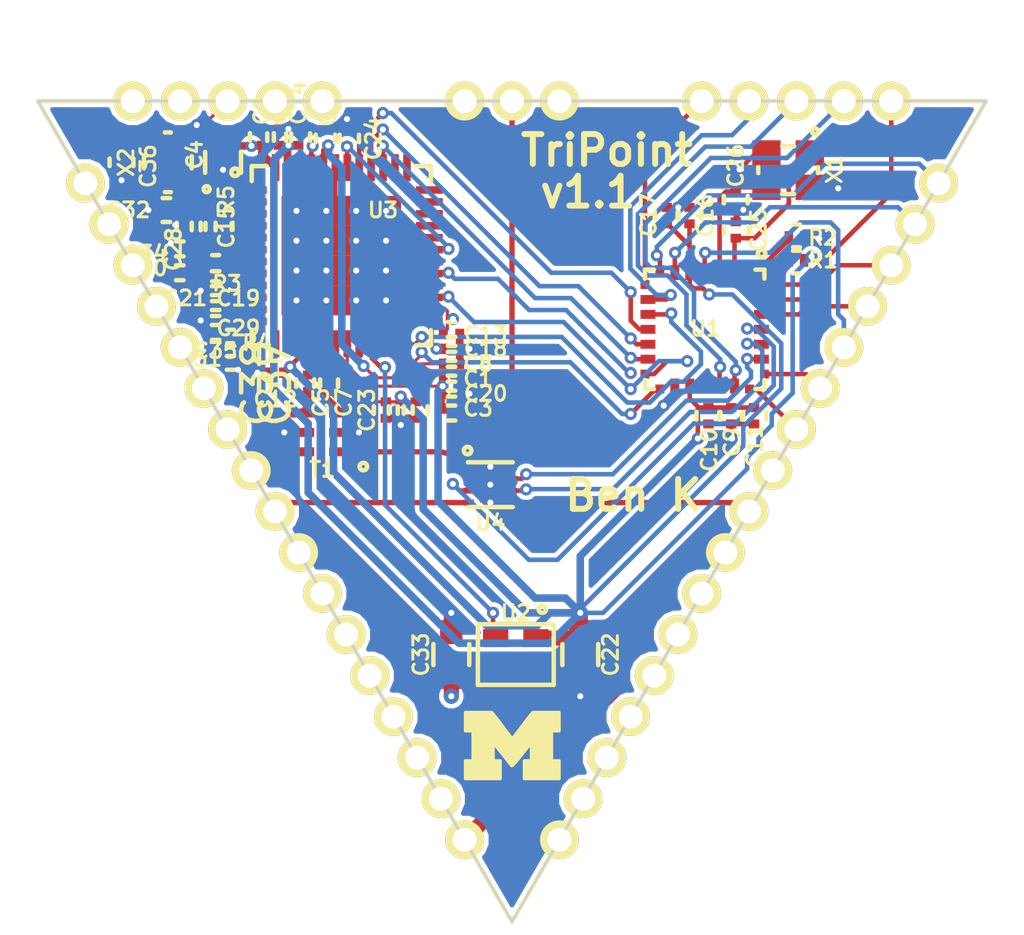
<source format=kicad_pcb>
(kicad_pcb (version 4) (host pcbnew "(2015-07-14 BZR 5941, Git c6c8b11)-product")
  (layers (0 F.Cu signal) (1 In1.Cu signal) (2 In2.Cu signal) (31 B.Cu signal) (34 B.Paste user) (35 F.Paste user) (36 B.SilkS user) (37 F.SilkS user) (38 B.Mask user) (39 F.Mask user) (44 Edge.Cuts user))
  (net 0 "")
  (net 1 GND)
  (net 2 VDDDIG)
  (net 3 VDDMS)
  (net 4 VDDCLK)
  (net 5 VDDSYN)
  (net 6 VDDIO)
  (net 7 "Net-(C25-Pad1)")
  (net 8 "Net-(C26-Pad1)")
  (net 9 VDDIF)
  (net 10 VDDVCO)
  (net 11 "Net-(C30-Pad1)")
  (net 12 "Net-(C31-Pad1)")
  (net 13 "Net-(C32-Pad1)")
  (net 14 "Net-(C34-Pad1)")
  (net 15 "Net-(C35-Pad1)")
  (net 16 "Net-(C37-Pad1)")
  (net 17 "Net-(C37-Pad2)")
  (net 18 "Net-(C38-Pad1)")
  (net 19 "Net-(C38-Pad2)")
  (net 20 "Net-(R1-Pad2)")
  (net 21 "Net-(R5-Pad1)")
  (net 22 "Net-(T1-Pad1)")
  (net 23 /~DW_RST)
  (net 24 /DW_IRQ)
  (net 25 /DW_WAKEUP)
  (net 26 /V1P8_En)
  (net 27 /ANT_SEL1)
  (net 28 /ANT_SEL2)
  (net 29 /ANT_SEL0)
  (net 30 /MCU_SWCLK)
  (net 31 /GPIO2)
  (net 32 /MCU_NRST)
  (net 33 /GPIO0)
  (net 34 /GPIO1)
  (net 35 /~SPI1_SS)
  (net 36 /SPI1_CLK)
  (net 37 /SPI1_MISO)
  (net 38 /SPI1_MOSI)
  (net 39 /MCU_SWDIO)
  (net 40 /RF0)
  (net 41 /RF1)
  (net 42 /RF2)
  (net 43 /I2C_SCL)
  (net 44 /I2C_SDA)
  (net 45 /INTERRUPT)
  (net 46 V3P3)
  (net 47 /GPIO3)
  (net 48 /GPIO4)
  (net 49 /DW_XTAL1)
  (net 50 /DW_SYNC)
  (net 51 V1P8)
  (module polypoint:ProtoPoint_Module_Castellated (layer F.Cu) (at 25.4 25.4)
    (fp_text reference U5 (at 15.875 21.59) (layer F.SilkS) (effects (font (size 0.5 0.5) (thickness 0.1))))
    (fp_text value ProtoPoint_Module)
    (pad 1 thru_hole circle (at 1.5875 2.7496) (size 1.3 1.3) (drill 0.8) (layers *.Cu *.Mask F.SilkS))
    (pad 2 thru_hole circle (at 2.38125 4.1244) (size 1.3 1.3) (drill 0.8) (layers *.Cu *.Mask F.SilkS))
    (pad 3 thru_hole circle (at 3.175 5.4992) (size 1.3 1.3) (drill 0.8) (layers *.Cu *.Mask F.SilkS))
    (pad 4 thru_hole circle (at 3.96875 6.874) (size 1.3 1.3) (drill 0.8) (layers *.Cu *.Mask F.SilkS))
    (pad 5 thru_hole circle (at 4.7625 8.2488) (size 1.3 1.3) (drill 0.8) (layers *.Cu *.Mask F.SilkS))
    (pad 6 thru_hole circle (at 5.55625 9.6236) (size 1.3 1.3) (drill 0.8) (layers *.Cu *.Mask F.SilkS))
    (pad 7 thru_hole circle (at 6.35 10.9984) (size 1.3 1.3) (drill 0.8) (layers *.Cu *.Mask F.SilkS))
    (pad 8 thru_hole circle (at 7.14375 12.3732) (size 1.3 1.3) (drill 0.8) (layers *.Cu *.Mask F.SilkS) (net 1 GND))
    (pad 9 thru_hole circle (at 7.9375 13.748) (size 1.3 1.3) (drill 0.8) (layers *.Cu *.Mask F.SilkS) (net 40 /RF0))
    (pad 10 thru_hole circle (at 8.73125 15.1228) (size 1.3 1.3) (drill 0.8) (layers *.Cu *.Mask F.SilkS) (net 1 GND))
    (pad 11 thru_hole circle (at 9.525 16.4976) (size 1.3 1.3) (drill 0.8) (layers *.Cu *.Mask F.SilkS))
    (pad 12 thru_hole circle (at 10.31875 17.8724) (size 1.3 1.3) (drill 0.8) (layers *.Cu *.Mask F.SilkS))
    (pad 13 thru_hole circle (at 11.1125 19.2472) (size 1.3 1.3) (drill 0.8) (layers *.Cu *.Mask F.SilkS))
    (pad 14 thru_hole circle (at 11.90625 20.622) (size 1.3 1.3) (drill 0.8) (layers *.Cu *.Mask F.SilkS))
    (pad 15 thru_hole circle (at 12.7 21.9968) (size 1.3 1.3) (drill 0.8) (layers *.Cu *.Mask F.SilkS))
    (pad 16 thru_hole circle (at 13.49375 23.3716) (size 1.3 1.3) (drill 0.8) (layers *.Cu *.Mask F.SilkS))
    (pad 17 thru_hole circle (at 14.2875 24.7464) (size 1.3 1.3) (drill 0.8) (layers *.Cu *.Mask F.SilkS) (net 46 V3P3))
    (pad 18 thru_hole circle (at 17.4625 24.7464) (size 1.3 1.3) (drill 0.8) (layers *.Cu *.Mask F.SilkS) (net 1 GND))
    (pad 19 thru_hole circle (at 18.25625 23.3716) (size 1.3 1.3) (drill 0.8) (layers *.Cu *.Mask F.SilkS) (net 50 /DW_SYNC))
    (pad 20 thru_hole circle (at 19.05 21.9968) (size 1.3 1.3) (drill 0.8) (layers *.Cu *.Mask F.SilkS) (net 38 /SPI1_MOSI))
    (pad 21 thru_hole circle (at 19.84375 20.622) (size 1.3 1.3) (drill 0.8) (layers *.Cu *.Mask F.SilkS) (net 37 /SPI1_MISO))
    (pad 22 thru_hole circle (at 20.6375 19.2472) (size 1.3 1.3) (drill 0.8) (layers *.Cu *.Mask F.SilkS) (net 36 /SPI1_CLK))
    (pad 23 thru_hole circle (at 21.43125 17.8724) (size 1.3 1.3) (drill 0.8) (layers *.Cu *.Mask F.SilkS) (net 35 /~SPI1_SS))
    (pad 24 thru_hole circle (at 22.225 16.4976) (size 1.3 1.3) (drill 0.8) (layers *.Cu *.Mask F.SilkS) (net 23 /~DW_RST))
    (pad 25 thru_hole circle (at 23.01875 15.1228) (size 1.3 1.3) (drill 0.8) (layers *.Cu *.Mask F.SilkS) (net 1 GND))
    (pad 26 thru_hole circle (at 23.8125 13.748) (size 1.3 1.3) (drill 0.8) (layers *.Cu *.Mask F.SilkS) (net 41 /RF1))
    (pad 27 thru_hole circle (at 24.60625 12.3732) (size 1.3 1.3) (drill 0.8) (layers *.Cu *.Mask F.SilkS) (net 1 GND))
    (pad 28 thru_hole circle (at 25.4 10.9984) (size 1.3 1.3) (drill 0.8) (layers *.Cu *.Mask F.SilkS) (net 39 /MCU_SWDIO))
    (pad 29 thru_hole circle (at 26.19375 9.6236) (size 1.3 1.3) (drill 0.8) (layers *.Cu *.Mask F.SilkS) (net 30 /MCU_SWCLK))
    (pad 30 thru_hole circle (at 26.9875 8.2488) (size 1.3 1.3) (drill 0.8) (layers *.Cu *.Mask F.SilkS) (net 32 /MCU_NRST))
    (pad 31 thru_hole circle (at 27.78125 6.874) (size 1.3 1.3) (drill 0.8) (layers *.Cu *.Mask F.SilkS) (net 33 /GPIO0))
    (pad 32 thru_hole circle (at 28.575 5.4992) (size 1.3 1.3) (drill 0.8) (layers *.Cu *.Mask F.SilkS) (net 34 /GPIO1))
    (pad 33 thru_hole circle (at 29.36875 4.1244) (size 1.3 1.3) (drill 0.8) (layers *.Cu *.Mask F.SilkS) (net 31 /GPIO2))
    (pad 34 thru_hole circle (at 30.1625 2.7496) (size 1.3 1.3) (drill 0.8) (layers *.Cu *.Mask F.SilkS) (net 47 /GPIO3))
    (pad 35 thru_hole circle (at 28.575 0) (size 1.3 1.3) (drill 0.8) (layers *.Cu *.Mask F.SilkS) (net 48 /GPIO4))
    (pad 36 thru_hole circle (at 26.9875 0) (size 1.3 1.3) (drill 0.8) (layers *.Cu *.Mask F.SilkS) (net 44 /I2C_SDA))
    (pad 37 thru_hole circle (at 25.4 0) (size 1.3 1.3) (drill 0.8) (layers *.Cu *.Mask F.SilkS) (net 43 /I2C_SCL))
    (pad 38 thru_hole circle (at 23.8125 0) (size 1.3 1.3) (drill 0.8) (layers *.Cu *.Mask F.SilkS) (net 45 /INTERRUPT))
    (pad 39 thru_hole circle (at 22.225 0) (size 1.3 1.3) (drill 0.8) (layers *.Cu *.Mask F.SilkS) (net 24 /DW_IRQ))
    (pad 42 thru_hole circle (at 17.4625 0) (size 1.3 1.3) (drill 0.8) (layers *.Cu *.Mask F.SilkS) (net 1 GND))
    (pad 43 thru_hole circle (at 15.875 0) (size 1.3 1.3) (drill 0.8) (layers *.Cu *.Mask F.SilkS) (net 42 /RF2))
    (pad 44 thru_hole circle (at 14.2875 0) (size 1.3 1.3) (drill 0.8) (layers *.Cu *.Mask F.SilkS) (net 1 GND))
    (pad 47 thru_hole circle (at 9.525 0) (size 1.3 1.3) (drill 0.8) (layers *.Cu *.Mask F.SilkS))
    (pad 48 thru_hole circle (at 7.9375 0) (size 1.3 1.3) (drill 0.8) (layers *.Cu *.Mask F.SilkS))
    (pad 49 thru_hole circle (at 6.35 0) (size 1.3 1.3) (drill 0.8) (layers *.Cu *.Mask F.SilkS) (net 49 /DW_XTAL1))
    (pad 50 thru_hole circle (at 4.7625 0) (size 1.3 1.3) (drill 0.8) (layers *.Cu *.Mask F.SilkS))
    (pad 51 thru_hole circle (at 3.175 0) (size 1.3 1.3) (drill 0.8) (layers *.Cu *.Mask F.SilkS))
  )
  (module polypoint:MLPQ-UT-8-1.5X1.5mm (layer F.Cu) (at 40.55 38.25)
    (fp_text reference U4 (at 0 1.27) (layer F.SilkS) (effects (font (size 0.5 0.5) (thickness 0.1))))
    (fp_text value SKY13317)
    (pad 5 smd rect (at 0.725 0.6) (size 0.35 0.2) (layers F.Cu F.Paste F.Mask) (net 41 /RF1))
    (pad 1 smd rect (at -0.725 -0.6) (size 0.35 0.2) (layers F.Cu F.Paste F.Mask) (net 22 "Net-(T1-Pad1)"))
    (pad 2 smd rect (at -0.725 -0.2) (size 0.35 0.2) (layers F.Cu F.Paste F.Mask))
    (pad 3 smd rect (at -0.725 0.2) (size 0.35 0.2) (layers F.Cu F.Paste F.Mask) (net 29 /ANT_SEL0))
    (pad 4 smd rect (at -0.725 0.6) (size 0.35 0.2) (layers F.Cu F.Paste F.Mask) (net 40 /RF0))
    (pad 6 smd rect (at 0.725 0.2) (size 0.35 0.2) (layers F.Cu F.Paste F.Mask) (net 27 /ANT_SEL1))
    (pad 7 smd rect (at 0.725 -0.2) (size 0.35 0.2) (layers F.Cu F.Paste F.Mask) (net 28 /ANT_SEL2))
    (pad 8 smd rect (at 0.725 -0.6) (size 0.35 0.2) (layers F.Cu F.Paste F.Mask) (net 42 /RF2))
    (pad 9 smd rect (at 0 0) (size 0.7 1.2) (layers F.Cu F.Paste F.Mask) (net 1 GND))
  )
  (module Capacitors_SMD:C_0201 (layer F.Cu) (at 31.85 34)
    (fp_text reference C31 (at -1.016 0.0254) (layer F.SilkS) (effects (font (size 0.5 0.5) (thickness 0.1))))
    (fp_text value 820pF)
    (pad 1 smd rect (at -0.275 0) (size 0.3 0.35) (layers F.Cu F.Paste F.Mask) (net 12 "Net-(C31-Pad1)"))
    (pad 2 smd rect (at 0.275 0) (size 0.3 0.35) (layers F.Cu F.Paste F.Mask) (net 1 GND))
  )
  (module Capacitors_SMD:C_0603 (layer F.Cu) (at 31.6 27.45 270)
    (fp_text reference C4 (at -0.254 0.9525 270) (layer F.SilkS) (effects (font (size 0.5 0.5) (thickness 0.1))))
    (fp_text value 4.7uF)
    (pad 1 smd rect (at -0.75 0 270) (size 0.8 0.75) (layers F.Cu F.Paste F.Mask) (net 51 V1P8))
    (pad 2 smd rect (at 0.75 0 270) (size 0.8 0.75) (layers F.Cu F.Paste F.Mask) (net 1 GND))
  )
  (module polypoint:QFN-48-EP-6x6mm (layer F.Cu) (at 35.558 30.577)
    (fp_text reference U3 (at 1.397 -1.524) (layer F.SilkS) (effects (font (size 0.5 0.5) (thickness 0.1))))
    (fp_text value DW1000)
    (pad 49 smd rect (at -1.5 1.5) (size 1 1) (layers F.Cu F.Paste F.Mask) (net 1 GND))
    (pad 49 smd rect (at -0.5 1.5) (size 1 1) (layers F.Cu F.Paste F.Mask) (net 1 GND))
    (pad 49 smd rect (at 0.5 1.5) (size 1 1) (layers F.Cu F.Paste F.Mask) (net 1 GND))
    (pad 49 smd rect (at 1.5 1.5) (size 1 1) (layers F.Cu F.Paste F.Mask) (net 1 GND))
    (pad 49 smd rect (at 1.5 0.5) (size 1 1) (layers F.Cu F.Paste F.Mask) (net 1 GND))
    (pad 49 smd rect (at 0.5 0.5) (size 1 1) (layers F.Cu F.Paste F.Mask) (net 1 GND))
    (pad 49 smd rect (at -0.5 0.5) (size 1 1) (layers F.Cu F.Paste F.Mask) (net 1 GND))
    (pad 49 smd rect (at -1.5 0.5) (size 1 1) (layers F.Cu F.Paste F.Mask) (net 1 GND))
    (pad 49 smd rect (at -1.5 -0.5) (size 1 1) (layers F.Cu F.Paste F.Mask) (net 1 GND))
    (pad 49 smd rect (at -0.5 -0.5) (size 1 1) (layers F.Cu F.Paste F.Mask) (net 1 GND))
    (pad 49 smd rect (at 0.5 -0.5) (size 1 1) (layers F.Cu F.Paste F.Mask) (net 1 GND))
    (pad 49 smd rect (at 1.5 -0.5) (size 1 1) (layers F.Cu F.Paste F.Mask) (net 1 GND))
    (pad 49 smd rect (at 1.5 -1.5) (size 1 1) (layers F.Cu F.Paste F.Mask) (net 1 GND))
    (pad 49 smd rect (at 0.5 -1.5) (size 1 1) (layers F.Cu F.Paste F.Mask) (net 1 GND))
    (pad 49 smd rect (at -0.5 -1.5) (size 1 1) (layers F.Cu F.Paste F.Mask) (net 1 GND))
    (pad 37 smd rect (at 2.2 -2.95) (size 0.254 0.9) (layers F.Cu F.Paste F.Mask))
    (pad 25 smd rect (at 2.95 2.2) (size 0.9 0.254) (layers F.Cu F.Paste F.Mask) (net 46 V3P3))
    (pad 13 smd rect (at -2.2 2.95) (size 0.254 0.9) (layers F.Cu F.Paste F.Mask))
    (pad 1 smd rect (at -2.95 -2.2) (size 0.9 0.254) (layers F.Cu F.Paste F.Mask))
    (pad 2 smd rect (at -2.95 -1.8) (size 0.9 0.254) (layers F.Cu F.Paste F.Mask))
    (pad 3 smd rect (at -2.95 -1.4) (size 0.9 0.254) (layers F.Cu F.Paste F.Mask) (net 49 /DW_XTAL1))
    (pad 4 smd rect (at -2.95 -1) (size 0.9 0.254) (layers F.Cu F.Paste F.Mask) (net 13 "Net-(C32-Pad1)"))
    (pad 5 smd rect (at -2.95 -0.6) (size 0.9 0.254) (layers F.Cu F.Paste F.Mask) (net 21 "Net-(R5-Pad1)"))
    (pad 6 smd rect (at -2.95 -0.2) (size 0.9 0.254) (layers F.Cu F.Paste F.Mask) (net 3 VDDMS))
    (pad 7 smd rect (at -2.95 0.2) (size 0.9 0.254) (layers F.Cu F.Paste F.Mask) (net 9 VDDIF))
    (pad 8 smd rect (at -2.95 0.6) (size 0.9 0.254) (layers F.Cu F.Paste F.Mask) (net 14 "Net-(C34-Pad1)"))
    (pad 9 smd rect (at -2.95 1) (size 0.9 0.254) (layers F.Cu F.Paste F.Mask) (net 4 VDDCLK))
    (pad 10 smd rect (at -2.95 1.4) (size 0.9 0.254) (layers F.Cu F.Paste F.Mask) (net 5 VDDSYN))
    (pad 11 smd rect (at -2.95 1.8) (size 0.9 0.254) (layers F.Cu F.Paste F.Mask) (net 10 VDDVCO))
    (pad 12 smd rect (at -2.95 2.2) (size 0.9 0.254) (layers F.Cu F.Paste F.Mask) (net 15 "Net-(C35-Pad1)"))
    (pad 14 smd rect (at -1.8 2.95) (size 0.254 0.9) (layers F.Cu F.Paste F.Mask))
    (pad 15 smd rect (at -1.4 2.95) (size 0.254 0.9) (layers F.Cu F.Paste F.Mask) (net 46 V3P3))
    (pad 16 smd rect (at -1 2.95) (size 0.254 0.9) (layers F.Cu F.Paste F.Mask) (net 19 "Net-(C38-Pad2)"))
    (pad 17 smd rect (at -0.6 2.95) (size 0.254 0.9) (layers F.Cu F.Paste F.Mask) (net 17 "Net-(C37-Pad2)"))
    (pad 18 smd rect (at -0.2 2.95) (size 0.254 0.9) (layers F.Cu F.Paste F.Mask) (net 46 V3P3))
    (pad 19 smd rect (at 0.2 2.95) (size 0.254 0.9) (layers F.Cu F.Paste F.Mask) (net 46 V3P3))
    (pad 20 smd rect (at 0.6 2.95) (size 0.254 0.9) (layers F.Cu F.Paste F.Mask) (net 2 VDDDIG))
    (pad 21 smd rect (at 1 2.95) (size 0.254 0.9) (layers F.Cu F.Paste F.Mask) (net 26 /V1P8_En))
    (pad 22 smd rect (at 1.4 2.95) (size 0.254 0.9) (layers F.Cu F.Paste F.Mask) (net 1 GND))
    (pad 23 smd rect (at 1.8 2.95) (size 0.254 0.9) (layers F.Cu F.Paste F.Mask) (net 25 /DW_WAKEUP))
    (pad 24 smd rect (at 2.2 2.95) (size 0.254 0.9) (layers F.Cu F.Paste F.Mask) (net 35 /~SPI1_SS))
    (pad 26 smd rect (at 2.95 1.8) (size 0.9 0.254) (layers F.Cu F.Paste F.Mask) (net 51 V1P8))
    (pad 27 smd rect (at 2.95 1.4) (size 0.9 0.254) (layers F.Cu F.Paste F.Mask) (net 23 /~DW_RST))
    (pad 28 smd rect (at 2.95 1) (size 0.9 0.254) (layers F.Cu F.Paste F.Mask) (net 46 V3P3))
    (pad 29 smd rect (at 2.95 0.6) (size 0.9 0.254) (layers F.Cu F.Paste F.Mask) (net 50 /DW_SYNC))
    (pad 30 smd rect (at 2.95 0.2) (size 0.9 0.254) (layers F.Cu F.Paste F.Mask))
    (pad 31 smd rect (at 2.95 -0.2) (size 0.9 0.254) (layers F.Cu F.Paste F.Mask) (net 6 VDDIO))
    (pad 32 smd rect (at 2.95 -0.6) (size 0.9 0.254) (layers F.Cu F.Paste F.Mask) (net 1 GND))
    (pad 33 smd rect (at 2.95 -1) (size 0.9 0.254) (layers F.Cu F.Paste F.Mask))
    (pad 34 smd rect (at 2.95 -1.4) (size 0.9 0.254) (layers F.Cu F.Paste F.Mask))
    (pad 35 smd rect (at 2.95 -1.8) (size 0.9 0.254) (layers F.Cu F.Paste F.Mask))
    (pad 36 smd rect (at 2.95 -2.2) (size 0.9 0.254) (layers F.Cu F.Paste F.Mask))
    (pad 38 smd rect (at 1.8 -2.95) (size 0.254 0.9) (layers F.Cu F.Paste F.Mask))
    (pad 39 smd rect (at 1.4 -2.95) (size 0.254 0.9) (layers F.Cu F.Paste F.Mask) (net 38 /SPI1_MOSI))
    (pad 40 smd rect (at 1 -2.95) (size 0.254 0.9) (layers F.Cu F.Paste F.Mask) (net 37 /SPI1_MISO))
    (pad 41 smd rect (at 0.6 -2.95) (size 0.254 0.9) (layers F.Cu F.Paste F.Mask) (net 36 /SPI1_CLK))
    (pad 42 smd rect (at 0.2 -2.95) (size 0.254 0.9) (layers F.Cu F.Paste F.Mask) (net 6 VDDIO))
    (pad 43 smd rect (at -0.2 -2.95) (size 0.254 0.9) (layers F.Cu F.Paste F.Mask) (net 1 GND))
    (pad 44 smd rect (at -0.6 -2.95) (size 0.254 0.9) (layers F.Cu F.Paste F.Mask) (net 2 VDDDIG))
    (pad 45 smd rect (at -1 -2.95) (size 0.254 0.9) (layers F.Cu F.Paste F.Mask) (net 24 /DW_IRQ))
    (pad 46 smd rect (at -1.4 -2.95) (size 0.254 0.9) (layers F.Cu F.Paste F.Mask) (net 1 GND))
    (pad 47 smd rect (at -1.8 -2.95) (size 0.254 0.9) (layers F.Cu F.Paste F.Mask) (net 46 V3P3))
    (pad 48 smd rect (at -2.2 -2.95) (size 0.254 0.9) (layers F.Cu F.Paste F.Mask) (net 51 V1P8))
    (pad 49 smd rect (at -1.5 -1.5) (size 1 1) (layers F.Cu F.Paste F.Mask) (net 1 GND))
  )
  (module Capacitors_SMD:C_0201 (layer F.Cu) (at 39.25 34.7)
    (fp_text reference C1 (at 0.889 0) (layer F.SilkS) (effects (font (size 0.5 0.5) (thickness 0.1))))
    (fp_text value 10pF)
    (pad 1 smd rect (at -0.275 0) (size 0.3 0.35) (layers F.Cu F.Paste F.Mask) (net 46 V3P3))
    (pad 2 smd rect (at 0.275 0) (size 0.3 0.35) (layers F.Cu F.Paste F.Mask) (net 1 GND))
  )
  (module Capacitors_SMD:C_0201 (layer F.Cu) (at 32.9 26.6 90)
    (fp_text reference C2 (at 0.889 0 90) (layer F.SilkS) (effects (font (size 0.5 0.5) (thickness 0.1))))
    (fp_text value 0.1uF)
    (pad 1 smd rect (at -0.275 0 90) (size 0.3 0.35) (layers F.Cu F.Paste F.Mask) (net 51 V1P8))
    (pad 2 smd rect (at 0.275 0 90) (size 0.3 0.35) (layers F.Cu F.Paste F.Mask) (net 1 GND))
  )
  (module Capacitors_SMD:C_0201 (layer F.Cu) (at 39.25 35.7)
    (fp_text reference C3 (at 0.889 0) (layer F.SilkS) (effects (font (size 0.5 0.5) (thickness 0.1))))
    (fp_text value 10pF)
    (pad 1 smd rect (at -0.275 0) (size 0.3 0.35) (layers F.Cu F.Paste F.Mask) (net 46 V3P3))
    (pad 2 smd rect (at 0.275 0) (size 0.3 0.35) (layers F.Cu F.Paste F.Mask) (net 1 GND))
  )
  (module Capacitors_SMD:C_0201 (layer F.Cu) (at 38.05 35.75 270)
    (fp_text reference C5 (at -0.254 3.175 270) (layer F.SilkS) (effects (font (size 0.5 0.5) (thickness 0.1))))
    (fp_text value 330pF)
    (pad 1 smd rect (at -0.275 0 270) (size 0.3 0.35) (layers F.Cu F.Paste F.Mask) (net 46 V3P3))
    (pad 2 smd rect (at 0.275 0 270) (size 0.3 0.35) (layers F.Cu F.Paste F.Mask) (net 1 GND))
  )
  (module Capacitors_SMD:C_0201 (layer F.Cu) (at 35.1 26.65 90)
    (fp_text reference C6 (at 0.889 0 90) (layer F.SilkS) (effects (font (size 0.5 0.5) (thickness 0.1))))
    (fp_text value 0.1uF)
    (pad 1 smd rect (at -0.275 0 90) (size 0.3 0.35) (layers F.Cu F.Paste F.Mask) (net 2 VDDDIG))
    (pad 2 smd rect (at 0.275 0 90) (size 0.3 0.35) (layers F.Cu F.Paste F.Mask) (net 1 GND))
  )
  (module Capacitors_SMD:C_0201 (layer F.Cu) (at 37.55 35.75 270)
    (fp_text reference C7 (at -0.254 1.905 270) (layer F.SilkS) (effects (font (size 0.5 0.5) (thickness 0.1))))
    (fp_text value 330pF)
    (pad 1 smd rect (at -0.275 0 270) (size 0.3 0.35) (layers F.Cu F.Paste F.Mask) (net 46 V3P3))
    (pad 2 smd rect (at 0.275 0 270) (size 0.3 0.35) (layers F.Cu F.Paste F.Mask) (net 1 GND))
  )
  (module Capacitors_SMD:C_0201 (layer F.Cu) (at 39.25 34.2)
    (fp_text reference C8 (at 0.889 0) (layer F.SilkS) (effects (font (size 0.5 0.5) (thickness 0.1))))
    (fp_text value 100pF)
    (pad 1 smd rect (at -0.275 0) (size 0.3 0.35) (layers F.Cu F.Paste F.Mask) (net 2 VDDDIG))
    (pad 2 smd rect (at 0.275 0) (size 0.3 0.35) (layers F.Cu F.Paste F.Mask) (net 1 GND))
  )
  (module Capacitors_SMD:C_0201 (layer F.Cu) (at 48.6156 35.941 270)
    (fp_text reference C9 (at 0.889 -0.0254 270) (layer F.SilkS) (effects (font (size 0.5 0.5) (thickness 0.1))))
    (fp_text value 0.1uF)
    (pad 1 smd rect (at -0.275 0 270) (size 0.3 0.35) (layers F.Cu F.Paste F.Mask) (net 46 V3P3))
    (pad 2 smd rect (at 0.275 0 270) (size 0.3 0.35) (layers F.Cu F.Paste F.Mask) (net 1 GND))
  )
  (module Capacitors_SMD:C_0201 (layer F.Cu) (at 47.8536 35.941 270)
    (fp_text reference C10 (at 1.143 -0.0254 270) (layer F.SilkS) (effects (font (size 0.5 0.5) (thickness 0.1))))
    (fp_text value 100pF)
    (pad 1 smd rect (at -0.275 0 270) (size 0.3 0.35) (layers F.Cu F.Paste F.Mask) (net 46 V3P3))
    (pad 2 smd rect (at 0.275 0 270) (size 0.3 0.35) (layers F.Cu F.Paste F.Mask) (net 1 GND))
  )
  (module Capacitors_SMD:C_0201 (layer F.Cu) (at 49.3776 35.941 270)
    (fp_text reference C11 (at 1.016 -0.0254 270) (layer F.SilkS) (effects (font (size 0.5 0.5) (thickness 0.1))))
    (fp_text value 10pF)
    (pad 1 smd rect (at -0.275 0 270) (size 0.3 0.35) (layers F.Cu F.Paste F.Mask) (net 46 V3P3))
    (pad 2 smd rect (at 0.275 0 270) (size 0.3 0.35) (layers F.Cu F.Paste F.Mask) (net 1 GND))
  )
  (module Capacitors_SMD:C_0201 (layer F.Cu) (at 33.35 34.5 180)
    (fp_text reference C12 (at 0 -0.889 180) (layer F.SilkS) (effects (font (size 0.5 0.5) (thickness 0.1))))
    (fp_text value 0.01uF)
    (pad 1 smd rect (at -0.275 0 180) (size 0.3 0.35) (layers F.Cu F.Paste F.Mask) (net 46 V3P3))
    (pad 2 smd rect (at 0.275 0 180) (size 0.3 0.35) (layers F.Cu F.Paste F.Mask) (net 1 GND))
  )
  (module Capacitors_SMD:C_0201 (layer F.Cu) (at 39.25 33.2)
    (fp_text reference C13 (at 1.143 0) (layer F.SilkS) (effects (font (size 0.5 0.5) (thickness 0.1))))
    (fp_text value 0.1uF)
    (pad 1 smd rect (at -0.275 0) (size 0.3 0.35) (layers F.Cu F.Paste F.Mask) (net 51 V1P8))
    (pad 2 smd rect (at 0.275 0) (size 0.3 0.35) (layers F.Cu F.Paste F.Mask) (net 1 GND))
  )
  (module Capacitors_SMD:C_0201 (layer F.Cu) (at 34.115 26.605 90)
    (fp_text reference C14 (at 1.143 0 90) (layer F.SilkS) (effects (font (size 0.5 0.5) (thickness 0.1))))
    (fp_text value 0.1uF)
    (pad 1 smd rect (at -0.275 0 90) (size 0.3 0.35) (layers F.Cu F.Paste F.Mask) (net 46 V3P3))
    (pad 2 smd rect (at 0.275 0 90) (size 0.3 0.35) (layers F.Cu F.Paste F.Mask) (net 1 GND))
  )
  (module Capacitors_SMD:C_0201 (layer F.Cu) (at 30.95 29.6 90)
    (fp_text reference C15 (at 0 0.762 90) (layer F.SilkS) (effects (font (size 0.5 0.5) (thickness 0.1))))
    (fp_text value 0.1uF)
    (pad 1 smd rect (at -0.275 0 90) (size 0.3 0.35) (layers F.Cu F.Paste F.Mask) (net 3 VDDMS))
    (pad 2 smd rect (at 0.275 0 90) (size 0.3 0.35) (layers F.Cu F.Paste F.Mask) (net 1 GND))
  )
  (module Capacitors_SMD:C_0201 (layer F.Cu) (at 47.2186 29.2354 270)
    (fp_text reference C16 (at 0 -0.5334 270) (layer F.SilkS) (effects (font (size 0.5 0.5) (thickness 0.1))))
    (fp_text value 0.1uF)
    (pad 1 smd rect (at -0.275 0 270) (size 0.3 0.35) (layers F.Cu F.Paste F.Mask) (net 1 GND))
    (pad 2 smd rect (at 0.275 0 270) (size 0.3 0.35) (layers F.Cu F.Paste F.Mask) (net 46 V3P3))
  )
  (module Capacitors_SMD:C_0201 (layer F.Cu) (at 46.4566 29.2354 270)
    (fp_text reference C17 (at -0.0254 0.6096 270) (layer F.SilkS) (effects (font (size 0.5 0.5) (thickness 0.1))))
    (fp_text value 100pF)
    (pad 1 smd rect (at -0.275 0 270) (size 0.3 0.35) (layers F.Cu F.Paste F.Mask) (net 1 GND))
    (pad 2 smd rect (at 0.275 0 270) (size 0.3 0.35) (layers F.Cu F.Paste F.Mask) (net 46 V3P3))
  )
  (module Capacitors_SMD:C_0201 (layer F.Cu) (at 39.25 33.7)
    (fp_text reference C18 (at 1.143 0) (layer F.SilkS) (effects (font (size 0.5 0.5) (thickness 0.1))))
    (fp_text value 0.1uF)
    (pad 1 smd rect (at -0.275 0) (size 0.3 0.35) (layers F.Cu F.Paste F.Mask) (net 46 V3P3))
    (pad 2 smd rect (at 0.275 0) (size 0.3 0.35) (layers F.Cu F.Paste F.Mask) (net 1 GND))
  )
  (module Capacitors_SMD:C_0201 (layer F.Cu) (at 31.35 31.5 180)
    (fp_text reference C19 (at -0.762 -0.508 180) (layer F.SilkS) (effects (font (size 0.5 0.5) (thickness 0.1))))
    (fp_text value 0.1uF)
    (pad 1 smd rect (at -0.275 0 180) (size 0.3 0.35) (layers F.Cu F.Paste F.Mask) (net 4 VDDCLK))
    (pad 2 smd rect (at 0.275 0 180) (size 0.3 0.35) (layers F.Cu F.Paste F.Mask) (net 1 GND))
  )
  (module Capacitors_SMD:C_0201 (layer F.Cu) (at 39.25 35.2)
    (fp_text reference C20 (at 1.143 0) (layer F.SilkS) (effects (font (size 0.5 0.5) (thickness 0.1))))
    (fp_text value 0.1uF)
    (pad 1 smd rect (at -0.275 0) (size 0.3 0.35) (layers F.Cu F.Paste F.Mask) (net 46 V3P3))
    (pad 2 smd rect (at 0.275 0) (size 0.3 0.35) (layers F.Cu F.Paste F.Mask) (net 1 GND))
  )
  (module Capacitors_SMD:C_0201 (layer F.Cu) (at 31.35 32 180)
    (fp_text reference C21 (at 1.016 0 180) (layer F.SilkS) (effects (font (size 0.5 0.5) (thickness 0.1))))
    (fp_text value 0.1uF)
    (pad 1 smd rect (at -0.275 0 180) (size 0.3 0.35) (layers F.Cu F.Paste F.Mask) (net 5 VDDSYN))
    (pad 2 smd rect (at 0.275 0 180) (size 0.3 0.35) (layers F.Cu F.Paste F.Mask) (net 1 GND))
  )
  (module Capacitors_SMD:C_0603 (layer F.Cu) (at 43.561 43.942 270)
    (fp_text reference C22 (at 0 -1.016 270) (layer F.SilkS) (effects (font (size 0.5 0.5) (thickness 0.1))))
    (fp_text value 4.7uF)
    (pad 1 smd rect (at -0.75 0 270) (size 0.8 0.75) (layers F.Cu F.Paste F.Mask) (net 46 V3P3))
    (pad 2 smd rect (at 0.75 0 270) (size 0.8 0.75) (layers F.Cu F.Paste F.Mask) (net 1 GND))
  )
  (module Capacitors_SMD:C_0201 (layer F.Cu) (at 37.05 35.75 270)
    (fp_text reference C23 (at 0 0.635 270) (layer F.SilkS) (effects (font (size 0.5 0.5) (thickness 0.1))))
    (fp_text value 0.1uF)
    (pad 1 smd rect (at -0.275 0 270) (size 0.3 0.35) (layers F.Cu F.Paste F.Mask) (net 46 V3P3))
    (pad 2 smd rect (at 0.275 0 270) (size 0.3 0.35) (layers F.Cu F.Paste F.Mask) (net 1 GND))
  )
  (module Capacitors_SMD:C_0201 (layer F.Cu) (at 35.75 26.65 90)
    (fp_text reference C24 (at 0 0.889 90) (layer F.SilkS) (effects (font (size 0.5 0.5) (thickness 0.1))))
    (fp_text value 0.1uF)
    (pad 1 smd rect (at -0.275 0 90) (size 0.3 0.35) (layers F.Cu F.Paste F.Mask) (net 6 VDDIO))
    (pad 2 smd rect (at 0.275 0 90) (size 0.3 0.35) (layers F.Cu F.Paste F.Mask) (net 1 GND))
  )
  (module Capacitors_SMD:C_0201 (layer F.Cu) (at 48.768 29.718 90)
    (fp_text reference C25 (at 0 0.762 90) (layer F.SilkS) (effects (font (size 0.5 0.5) (thickness 0.1))))
    (fp_text value 12pF)
    (pad 1 smd rect (at -0.275 0 90) (size 0.3 0.35) (layers F.Cu F.Paste F.Mask) (net 7 "Net-(C25-Pad1)"))
    (pad 2 smd rect (at 0.275 0 90) (size 0.3 0.35) (layers F.Cu F.Paste F.Mask) (net 1 GND))
  )
  (module Capacitors_SMD:C_0201 (layer F.Cu) (at 48.768 28.702 270)
    (fp_text reference C26 (at -1.143 0 450) (layer F.SilkS) (effects (font (size 0.5 0.5) (thickness 0.1))))
    (fp_text value 12pF)
    (pad 1 smd rect (at -0.275 0 270) (size 0.3 0.35) (layers F.Cu F.Paste F.Mask) (net 8 "Net-(C26-Pad1)"))
    (pad 2 smd rect (at 0.275 0 270) (size 0.3 0.35) (layers F.Cu F.Paste F.Mask) (net 1 GND))
  )
  (module Capacitors_SMD:C_0201 (layer F.Cu) (at 33.48 26.605 90)
    (fp_text reference C27 (at 1.143 0 90) (layer F.SilkS) (effects (font (size 0.5 0.5) (thickness 0.1))))
    (fp_text value 0.1uF)
    (pad 1 smd rect (at -0.275 0 90) (size 0.3 0.35) (layers F.Cu F.Paste F.Mask) (net 46 V3P3))
    (pad 2 smd rect (at 0.275 0 90) (size 0.3 0.35) (layers F.Cu F.Paste F.Mask) (net 1 GND))
  )
  (module Capacitors_SMD:C_0201 (layer F.Cu) (at 30.45 29.6 90)
    (fp_text reference C28 (at -0.762 -0.508 270) (layer F.SilkS) (effects (font (size 0.5 0.5) (thickness 0.1))))
    (fp_text value 0.1uF)
    (pad 1 smd rect (at -0.275 0 90) (size 0.3 0.35) (layers F.Cu F.Paste F.Mask) (net 9 VDDIF))
    (pad 2 smd rect (at 0.275 0 90) (size 0.3 0.35) (layers F.Cu F.Paste F.Mask) (net 1 GND))
  )
  (module Capacitors_SMD:C_0201 (layer F.Cu) (at 31.35 32.5 180)
    (fp_text reference C29 (at -0.762 -0.508 180) (layer F.SilkS) (effects (font (size 0.5 0.5) (thickness 0.1))))
    (fp_text value 0.1uF)
    (pad 1 smd rect (at -0.275 0 180) (size 0.3 0.35) (layers F.Cu F.Paste F.Mask) (net 10 VDDVCO))
    (pad 2 smd rect (at 0.275 0 180) (size 0.3 0.35) (layers F.Cu F.Paste F.Mask) (net 1 GND))
  )
  (module Capacitors_SMD:C_0201 (layer F.Cu) (at 30.15 31 180)
    (fp_text reference C30 (at 1.143 0 180) (layer F.SilkS) (effects (font (size 0.5 0.5) (thickness 0.1))))
    (fp_text value 27pF)
    (pad 1 smd rect (at -0.275 0 180) (size 0.3 0.35) (layers F.Cu F.Paste F.Mask) (net 11 "Net-(C30-Pad1)"))
    (pad 2 smd rect (at 0.275 0 180) (size 0.3 0.35) (layers F.Cu F.Paste F.Mask) (net 1 GND))
  )
  (module Capacitors_SMD:C_0201 (layer F.Cu) (at 29.7 29.05 180)
    (fp_text reference C32 (at 1.27 0 180) (layer F.SilkS) (effects (font (size 0.5 0.5) (thickness 0.1))))
    (fp_text value 12pF)
    (pad 1 smd rect (at -0.275 0 180) (size 0.3 0.35) (layers F.Cu F.Paste F.Mask) (net 13 "Net-(C32-Pad1)"))
    (pad 2 smd rect (at 0.275 0 180) (size 0.3 0.35) (layers F.Cu F.Paste F.Mask) (net 1 GND))
  )
  (module Capacitors_SMD:C_0603 (layer F.Cu) (at 39.243 43.942 90)
    (fp_text reference C33 (at 0 -1.016 90) (layer F.SilkS) (effects (font (size 0.5 0.5) (thickness 0.1))))
    (fp_text value 10uF)
    (pad 1 smd rect (at -0.75 0 90) (size 0.8 0.75) (layers F.Cu F.Paste F.Mask) (net 51 V1P8))
    (pad 2 smd rect (at 0.75 0 90) (size 0.8 0.75) (layers F.Cu F.Paste F.Mask) (net 1 GND))
  )
  (module Capacitors_SMD:C_0201 (layer F.Cu) (at 30.15 30.5 180)
    (fp_text reference C34 (at 1.143 0 180) (layer F.SilkS) (effects (font (size 0.5 0.5) (thickness 0.1))))
    (fp_text value 1.2pF)
    (pad 1 smd rect (at -0.275 0 180) (size 0.3 0.35) (layers F.Cu F.Paste F.Mask) (net 14 "Net-(C34-Pad1)"))
    (pad 2 smd rect (at 0.275 0 180) (size 0.3 0.35) (layers F.Cu F.Paste F.Mask) (net 1 GND))
  )
  (module Capacitors_SMD:C_0201 (layer F.Cu) (at 31.35 33 180)
    (fp_text reference C35 (at 0 -0.762 180) (layer F.SilkS) (effects (font (size 0.5 0.5) (thickness 0.1))))
    (fp_text value 18pF)
    (pad 1 smd rect (at -0.275 0 180) (size 0.3 0.35) (layers F.Cu F.Paste F.Mask) (net 15 "Net-(C35-Pad1)"))
    (pad 2 smd rect (at 0.275 0 180) (size 0.3 0.35) (layers F.Cu F.Paste F.Mask) (net 1 GND))
  )
  (module Capacitors_SMD:C_0201 (layer F.Cu) (at 28.2 27.45 270)
    (fp_text reference C36 (at 0.127 -0.889 270) (layer F.SilkS) (effects (font (size 0.5 0.5) (thickness 0.1))))
    (fp_text value 12pF)
    (pad 1 smd rect (at -0.275 0 270) (size 0.3 0.35) (layers F.Cu F.Paste F.Mask) (net 49 /DW_XTAL1))
    (pad 2 smd rect (at 0.275 0 270) (size 0.3 0.35) (layers F.Cu F.Paste F.Mask) (net 1 GND))
  )
  (module Resistors_SMD:R_0201 (layer F.Cu) (at 50.8 30.734 180)
    (fp_text reference R1 (at -0.889 0 180) (layer F.SilkS) (effects (font (size 0.5 0.5) (thickness 0.1))))
    (fp_text value 11k)
    (pad 1 smd rect (at -0.255 0 180) (size 0.28 0.43) (layers F.Cu F.Paste F.Mask) (net 46 V3P3))
    (pad 2 smd rect (at 0.255 0 180) (size 0.28 0.43) (layers F.Cu F.Paste F.Mask) (net 20 "Net-(R1-Pad2)"))
  )
  (module Resistors_SMD:R_0201 (layer F.Cu) (at 50.8 29.972 180)
    (fp_text reference R2 (at -0.889 0 180) (layer F.SilkS) (effects (font (size 0.5 0.5) (thickness 0.1))))
    (fp_text value 11k)
    (pad 1 smd rect (at -0.255 0 180) (size 0.28 0.43) (layers F.Cu F.Paste F.Mask) (net 1 GND))
    (pad 2 smd rect (at 0.255 0 180) (size 0.28 0.43) (layers F.Cu F.Paste F.Mask) (net 20 "Net-(R1-Pad2)"))
  )
  (module Resistors_SMD:R_0201 (layer F.Cu) (at 31.35 31 180)
    (fp_text reference R3 (at -0.381 -0.508 360) (layer F.SilkS) (effects (font (size 0.5 0.5) (thickness 0.1))))
    (fp_text value 16k)
    (pad 1 smd rect (at -0.255 0 180) (size 0.28 0.43) (layers F.Cu F.Paste F.Mask) (net 14 "Net-(C34-Pad1)"))
    (pad 2 smd rect (at 0.255 0 180) (size 0.28 0.43) (layers F.Cu F.Paste F.Mask) (net 11 "Net-(C30-Pad1)"))
  )
  (module Resistors_SMD:R_0201 (layer F.Cu) (at 31.85 33.5 180)
    (fp_text reference R4 (at -0.889 0 180) (layer F.SilkS) (effects (font (size 0.5 0.5) (thickness 0.1))))
    (fp_text value 270)
    (pad 1 smd rect (at -0.255 0 180) (size 0.28 0.43) (layers F.Cu F.Paste F.Mask) (net 15 "Net-(C35-Pad1)"))
    (pad 2 smd rect (at 0.255 0 180) (size 0.28 0.43) (layers F.Cu F.Paste F.Mask) (net 12 "Net-(C31-Pad1)"))
  )
  (module Resistors_SMD:R_0201 (layer F.Cu) (at 31.45 29.6 90)
    (fp_text reference R5 (at 0.889 0.254 90) (layer F.SilkS) (effects (font (size 0.5 0.5) (thickness 0.1))))
    (fp_text value 11k)
    (pad 1 smd rect (at -0.255 0 90) (size 0.28 0.43) (layers F.Cu F.Paste F.Mask) (net 21 "Net-(R5-Pad1)"))
    (pad 2 smd rect (at 0.255 0 90) (size 0.28 0.43) (layers F.Cu F.Paste F.Mask) (net 1 GND))
  )
  (module polypoint:HHM1595A1 (layer F.Cu) (at 34.9 36.5 180)
    (fp_text reference T1 (at -0.0254 -1.2446 180) (layer F.SilkS) (effects (font (size 0.5 0.5) (thickness 0.1))))
    (fp_text value HHM1595A1)
    (pad 4 smd rect (at 0.65 0.65 180) (size 0.8 0.3) (layers F.Cu F.Paste F.Mask) (net 18 "Net-(C38-Pad1)"))
    (pad 1 smd rect (at -0.65 -0.65 180) (size 0.8 0.3) (layers F.Cu F.Paste F.Mask) (net 22 "Net-(T1-Pad1)"))
    (pad 2 smd rect (at -0.65 0 180) (size 0.8 0.3) (layers F.Cu F.Paste F.Mask) (net 1 GND))
    (pad 3 smd rect (at -0.65 0.65 180) (size 0.8 0.3) (layers F.Cu F.Paste F.Mask) (net 16 "Net-(C37-Pad1)"))
    (pad 5 smd rect (at 0.65 0 180) (size 0.8 0.3) (layers F.Cu F.Paste F.Mask) (net 1 GND))
    (pad 6 smd rect (at 0.65 -0.65 180) (size 0.8 0.3) (layers F.Cu F.Paste F.Mask))
  )
  (module polypoint:UFQFPN-28 (layer F.Cu) (at 47.7266 33.0454 270)
    (fp_text reference U1 (at -0.0254 -0.0254 360) (layer F.SilkS) (effects (font (size 0.5 0.5) (thickness 0.1))))
    (fp_text value STM32F031G6U6)
    (pad 22 smd rect (at 1.5 -2 270) (size 0.3 0.3) (layers F.Cu F.Paste F.Mask) (net 30 /MCU_SWCLK))
    (pad 15 smd rect (at 2 1.5 270) (size 0.3 0.3) (layers F.Cu F.Paste F.Mask) (net 25 /DW_WAKEUP))
    (pad 8 smd rect (at -1.5 2 270) (size 0.3 0.3) (layers F.Cu F.Paste F.Mask) (net 24 /DW_IRQ))
    (pad 1 smd rect (at -2 -1.5 270) (size 0.3 0.3) (layers F.Cu F.Paste F.Mask) (net 20 "Net-(R1-Pad2)"))
    (pad 2 smd rect (at -1.9 -1 270) (size 0.5 0.3) (layers F.Cu F.Paste F.Mask) (net 7 "Net-(C25-Pad1)"))
    (pad 3 smd rect (at -1.9 -0.5 270) (size 0.5 0.3) (layers F.Cu F.Paste F.Mask) (net 8 "Net-(C26-Pad1)"))
    (pad 4 smd rect (at -1.9 0 270) (size 0.5 0.3) (layers F.Cu F.Paste F.Mask) (net 32 /MCU_NRST))
    (pad 5 smd rect (at -1.9 0.5 270) (size 0.5 0.3) (layers F.Cu F.Paste F.Mask) (net 46 V3P3))
    (pad 6 smd rect (at -1.9 1 270) (size 0.5 0.3) (layers F.Cu F.Paste F.Mask) (net 31 /GPIO2))
    (pad 7 smd rect (at -2 1.5 270) (size 0.3 0.3) (layers F.Cu F.Paste F.Mask) (net 47 /GPIO3))
    (pad 9 smd rect (at -1 1.9 270) (size 0.3 0.5) (layers F.Cu F.Paste F.Mask) (net 45 /INTERRUPT))
    (pad 10 smd rect (at -0.5 1.9 270) (size 0.3 0.5) (layers F.Cu F.Paste F.Mask) (net 35 /~SPI1_SS))
    (pad 11 smd rect (at 0 1.9 270) (size 0.3 0.5) (layers F.Cu F.Paste F.Mask) (net 36 /SPI1_CLK))
    (pad 12 smd rect (at 0.5 1.9 270) (size 0.3 0.5) (layers F.Cu F.Paste F.Mask) (net 37 /SPI1_MISO))
    (pad 13 smd rect (at 1 1.9 270) (size 0.3 0.5) (layers F.Cu F.Paste F.Mask) (net 38 /SPI1_MOSI))
    (pad 14 smd rect (at 1.5 2 270) (size 0.3 0.3) (layers F.Cu F.Paste F.Mask) (net 23 /~DW_RST))
    (pad 16 smd rect (at 1.9 1 270) (size 0.5 0.3) (layers F.Cu F.Paste F.Mask) (net 1 GND))
    (pad 17 smd rect (at 1.9 0.5 270) (size 0.5 0.3) (layers F.Cu F.Paste F.Mask) (net 46 V3P3))
    (pad 18 smd rect (at 1.9 0 270) (size 0.5 0.3) (layers F.Cu F.Paste F.Mask))
    (pad 19 smd rect (at 1.9 -0.5 270) (size 0.5 0.3) (layers F.Cu F.Paste F.Mask) (net 43 /I2C_SCL))
    (pad 20 smd rect (at 1.9 -1 270) (size 0.5 0.3) (layers F.Cu F.Paste F.Mask) (net 44 /I2C_SDA))
    (pad 21 smd rect (at 2 -1.5 270) (size 0.3 0.3) (layers F.Cu F.Paste F.Mask) (net 39 /MCU_SWDIO))
    (pad 23 smd rect (at 1 -1.9 270) (size 0.3 0.5) (layers F.Cu F.Paste F.Mask) (net 28 /ANT_SEL2))
    (pad 24 smd rect (at 0.5 -1.9 270) (size 0.3 0.5) (layers F.Cu F.Paste F.Mask) (net 27 /ANT_SEL1))
    (pad 25 smd rect (at 0 -1.9 270) (size 0.3 0.5) (layers F.Cu F.Paste F.Mask) (net 29 /ANT_SEL0))
    (pad 26 smd rect (at -0.5 -1.9 270) (size 0.3 0.5) (layers F.Cu F.Paste F.Mask) (net 33 /GPIO0))
    (pad 27 smd rect (at -1 -1.9 270) (size 0.3 0.5) (layers F.Cu F.Paste F.Mask) (net 34 /GPIO1))
    (pad 28 smd rect (at -1.5 -2 270) (size 0.3 0.3) (layers F.Cu F.Paste F.Mask) (net 48 /GPIO4))
  )
  (module polypoint:LXDC2HL (layer F.Cu) (at 41.402 43.942 270)
    (fp_text reference U2 (at -1.397 0 360) (layer F.SilkS) (effects (font (size 0.5 0.5) (thickness 0.1))))
    (fp_text value LXDC2HL)
    (pad 1 smd rect (at -0.55 -0.675 270) (size 0.6 0.85) (layers F.Cu F.Paste F.Mask) (net 46 V3P3))
    (pad 2 smd rect (at -0.55 0.675 270) (size 0.6 0.85) (layers F.Cu F.Paste F.Mask) (net 26 /V1P8_En))
    (pad 3 smd rect (at 0.55 0.675 270) (size 0.6 0.85) (layers F.Cu F.Paste F.Mask) (net 51 V1P8))
    (pad 4 smd rect (at 0.55 -0.675 270) (size 0.6 0.85) (layers F.Cu F.Paste F.Mask) (net 1 GND))
  )
  (module polypoint:FA-128 (layer F.Cu) (at 50.5206 27.7114 270)
    (fp_text reference X1 (at -0.0254 -1.5494 270) (layer F.SilkS) (effects (font (size 0.5 0.5) (thickness 0.1))))
    (fp_text value 38.4M)
    (pad 1 smd rect (at -0.575 -0.725 270) (size 0.85 0.95) (layers F.Cu F.Paste F.Mask) (net 7 "Net-(C25-Pad1)"))
    (pad 2 smd rect (at -0.575 0.725 270) (size 0.85 0.95) (layers F.Cu F.Paste F.Mask) (net 1 GND))
    (pad 3 smd rect (at 0.575 0.725 270) (size 0.85 0.95) (layers F.Cu F.Paste F.Mask) (net 8 "Net-(C26-Pad1)"))
    (pad 4 smd rect (at 0.575 -0.725 270) (size 0.85 0.95) (layers F.Cu F.Paste F.Mask) (net 1 GND))
  )
  (module polypoint:FA-128 (layer F.Cu) (at 29.75 27.45 180)
    (fp_text reference X2 (at 1.397 0 270) (layer F.SilkS) (effects (font (size 0.5 0.5) (thickness 0.1))))
    (fp_text value 16M)
    (pad 1 smd rect (at -0.575 -0.725 180) (size 0.85 0.95) (layers F.Cu F.Paste F.Mask) (net 13 "Net-(C32-Pad1)"))
    (pad 2 smd rect (at -0.575 0.725 180) (size 0.85 0.95) (layers F.Cu F.Paste F.Mask) (net 1 GND))
    (pad 3 smd rect (at 0.575 0.725 180) (size 0.85 0.95) (layers F.Cu F.Paste F.Mask) (net 49 /DW_XTAL1))
    (pad 4 smd rect (at 0.575 -0.725 180) (size 0.85 0.95) (layers F.Cu F.Paste F.Mask) (net 1 GND))
  )
  (module polypoint:UM_Logo_3mm (layer F.Cu) (at 41.275 46.99)
    (fp_text reference G*** hide)
    (fp_text value LOGO hide)
  )
  (module Capacitors_SMD:C_0201 (layer F.Cu) (at 35.05 34.85 90)
    (fp_text reference C37 (at 0 -1.7 90) (layer F.SilkS))
    (fp_text value 12pF)
    (pad 1 smd rect (at -0.275 0 90) (size 0.3 0.35) (layers F.Cu F.Paste F.Mask) (net 16 "Net-(C37-Pad1)"))
    (pad 2 smd rect (at 0.275 0 90) (size 0.3 0.35) (layers F.Cu F.Paste F.Mask) (net 17 "Net-(C37-Pad2)"))
  )
  (module Capacitors_SMD:C_0201 (layer F.Cu) (at 34.45 34.85 90)
    (fp_text reference C38 (at 0 -1.7 90) (layer F.SilkS))
    (fp_text value 12pF)
    (pad 1 smd rect (at -0.275 0 90) (size 0.3 0.35) (layers F.Cu F.Paste F.Mask) (net 18 "Net-(C38-Pad1)"))
    (pad 2 smd rect (at 0.275 0 90) (size 0.3 0.35) (layers F.Cu F.Paste F.Mask) (net 19 "Net-(C38-Pad2)"))
  )
  (gr_text v1.1 (at 43.815 28.448) (layer F.SilkS) (effects (font (size 1 1) (thickness 0.2))))
  (gr_text "Ben K" (at 45.339 38.608) (layer F.SilkS) (effects (font (size 1 1) (thickness 0.2))))
  (gr_text TriPoint (at 44.45 27.051) (layer F.SilkS) (effects (font (size 1 1) (thickness 0.2))))
  (gr_line (start 25.4 25.4) (end 41.275 52.8955) (angle 90) (layer Edge.Cuts) (width 0.1))
  (gr_line (start 41.275 52.8955) (end 57.15 25.4) (angle 90) (layer Edge.Cuts) (width 0.1))
  (gr_line (start 25.4 25.4) (end 57.15 25.4) (angle 90) (layer Edge.Cuts) (width 0.1))
  (segment (start 30 29.479802) (end 30 29.55) (width 0.1524) (layer F.Cu) (net 1))
  (via (at 30 29.55) (size 0.4064) (drill 0.2032) (layers F.Cu B.Cu) (net 1))
  (segment (start 29.425 29.05) (end 29.1 29.05) (width 0.1524) (layer F.Cu) (net 1))
  (via (at 29.1 29.05) (size 0.4064) (drill 0.2032) (layers F.Cu B.Cu) (net 1))
  (segment (start 29.425 29.05) (end 29.425 28.425) (width 0.1524) (layer F.Cu) (net 1))
  (segment (start 29.425 28.425) (end 29.175 28.175) (width 0.1524) (layer F.Cu) (net 1))
  (segment (start 39.525 35.2) (end 39.85 35.2) (width 0.254) (layer F.Cu) (net 1))
  (via (at 39.85 35.2) (size 0.4064) (drill 0.2032) (layers F.Cu B.Cu) (net 1))
  (segment (start 39.525 35.7) (end 39.525 35.2) (width 0.254) (layer F.Cu) (net 1))
  (segment (start 39.525 34.7) (end 39.525 35.2) (width 0.254) (layer F.Cu) (net 1))
  (segment (start 39.525 33.7) (end 39.85 33.7) (width 0.254) (layer F.Cu) (net 1))
  (via (at 39.85 33.7) (size 0.4064) (drill 0.2032) (layers F.Cu B.Cu) (net 1))
  (segment (start 39.525 34.2) (end 39.525 33.7) (width 0.254) (layer F.Cu) (net 1))
  (segment (start 39.525 33.2) (end 39.525 33.7) (width 0.254) (layer F.Cu) (net 1))
  (segment (start 35.75 26.375) (end 35.1 26.375) (width 0.254) (layer F.Cu) (net 1))
  (segment (start 35.1 26.375) (end 35.375 26.375) (width 0.254) (layer F.Cu) (net 1))
  (segment (start 35.375 26.375) (end 35.75 26) (width 0.254) (layer F.Cu) (net 1))
  (via (at 35.75 26) (size 0.4064) (drill 0.2032) (layers F.Cu B.Cu) (net 1))
  (segment (start 33.48 26.33) (end 32.905 26.33) (width 0.254) (layer F.Cu) (net 1))
  (segment (start 32.905 26.33) (end 32.9 26.325) (width 0.254) (layer F.Cu) (net 1))
  (segment (start 38.05 36.025) (end 37.55 36.025) (width 0.254) (layer F.Cu) (net 1))
  (segment (start 37.05 36.025) (end 37.55 36.025) (width 0.254) (layer F.Cu) (net 1))
  (segment (start 37.55 36.025) (end 37.55 36.25) (width 0.254) (layer F.Cu) (net 1))
  (via (at 37.55 36.25) (size 0.4064) (drill 0.2032) (layers F.Cu B.Cu) (net 1))
  (segment (start 35.55 36.5) (end 36.15 36.5) (width 0.254) (layer F.Cu) (net 1))
  (via (at 36.15 36.5) (size 0.4064) (drill 0.2032) (layers F.Cu B.Cu) (net 1))
  (segment (start 34.25 36.5) (end 33.65 36.5) (width 0.254) (layer F.Cu) (net 1))
  (via (at 33.65 36.5) (size 0.4064) (drill 0.2032) (layers F.Cu B.Cu) (net 1))
  (segment (start 40.55 38.25) (end 40.55 38.85) (width 0.254) (layer F.Cu) (net 1))
  (via (at 40.55 38.85) (size 0.4064) (drill 0.2032) (layers F.Cu B.Cu) (net 1))
  (segment (start 40.55 38.25) (end 40.55 37.65) (width 0.254) (layer F.Cu) (net 1))
  (via (at 40.55 37.65) (size 0.4064) (drill 0.2032) (layers F.Cu B.Cu) (net 1))
  (via (at 40.55 38.25) (size 0.4064) (drill 0.2032) (layers F.Cu B.Cu) (net 1))
  (segment (start 30.45 29.325) (end 30.295198 29.479802) (width 0.1524) (layer F.Cu) (net 1))
  (segment (start 30.295198 29.479802) (end 30 29.479802) (width 0.1524) (layer F.Cu) (net 1))
  (segment (start 30.95 29.325) (end 30.45 29.325) (width 0.1524) (layer F.Cu) (net 1))
  (segment (start 31.45 29.345) (end 30.97 29.345) (width 0.1524) (layer F.Cu) (net 1))
  (segment (start 30.97 29.345) (end 30.95 29.325) (width 0.1524) (layer F.Cu) (net 1))
  (segment (start 31.6 28.2) (end 31.6 27.7) (width 0.1524) (layer F.Cu) (net 1))
  (via (at 31.6 27.7) (size 0.4064) (drill 0.2032) (layers F.Cu B.Cu) (net 1))
  (segment (start 30.325 26.725) (end 30.325 26.591989) (width 0.1524) (layer F.Cu) (net 1))
  (segment (start 30.325 26.591989) (end 30.716989 26.2) (width 0.1524) (layer F.Cu) (net 1))
  (via (at 30.716989 26.2) (size 0.4064) (drill 0.2032) (layers F.Cu B.Cu) (net 1))
  (segment (start 28.2 27.725) (end 28.2 28.05) (width 0.1524) (layer F.Cu) (net 1))
  (via (at 28.2 28.05) (size 0.4064) (drill 0.2032) (layers F.Cu B.Cu) (net 1))
  (segment (start 29.875 30.5) (end 29.875 30.175) (width 0.1524) (layer F.Cu) (net 1))
  (segment (start 29.875 30.175) (end 29.85 30.15) (width 0.1524) (layer F.Cu) (net 1))
  (via (at 29.85 30.15) (size 0.4064) (drill 0.2032) (layers F.Cu B.Cu) (net 1))
  (segment (start 29.875 31) (end 29.875 30.5) (width 0.1524) (layer F.Cu) (net 1))
  (segment (start 30.85 31.75) (end 30.85 31.725) (width 0.1524) (layer F.Cu) (net 1))
  (segment (start 30.85 31.725) (end 31.075 31.5) (width 0.1524) (layer F.Cu) (net 1))
  (segment (start 31.075 32) (end 31.075 31.975) (width 0.1524) (layer F.Cu) (net 1))
  (segment (start 31.075 31.975) (end 30.85 31.75) (width 0.1524) (layer F.Cu) (net 1))
  (via (at 30.85 31.75) (size 0.4064) (drill 0.2032) (layers F.Cu B.Cu) (net 1))
  (segment (start 30.85 32.75) (end 30.85 32.725) (width 0.1524) (layer F.Cu) (net 1))
  (segment (start 30.85 32.725) (end 31.075 32.5) (width 0.1524) (layer F.Cu) (net 1))
  (via (at 30.85 32.75) (size 0.4064) (drill 0.2032) (layers F.Cu B.Cu) (net 1))
  (segment (start 31.075 33) (end 31.075 32.975) (width 0.1524) (layer F.Cu) (net 1))
  (segment (start 31.075 32.975) (end 30.85 32.75) (width 0.1524) (layer F.Cu) (net 1))
  (segment (start 32.125 34) (end 32.125 34.375) (width 0.1524) (layer F.Cu) (net 1))
  (segment (start 32.125 34.375) (end 32.1 34.4) (width 0.1524) (layer F.Cu) (net 1))
  (via (at 32.1 34.4) (size 0.4064) (drill 0.2032) (layers F.Cu B.Cu) (net 1))
  (segment (start 33.075 34.5) (end 32.75 34.5) (width 0.1524) (layer F.Cu) (net 1))
  (via (at 32.75 34.5) (size 0.4064) (drill 0.2032) (layers F.Cu B.Cu) (net 1))
  (segment (start 29.475 28.475) (end 29.175 28.175) (width 0.1016) (layer F.Cu) (net 1))
  (segment (start 28.2 27.725) (end 28.725 27.725) (width 0.1016) (layer F.Cu) (net 1))
  (segment (start 28.725 27.725) (end 29.175 28.175) (width 0.1016) (layer F.Cu) (net 1))
  (via (at 51.562 30.00701) (size 0.4064) (drill 0.2032) (layers F.Cu B.Cu) (net 1))
  (segment (start 51.52699 29.972) (end 51.562 30.00701) (width 0.1524) (layer F.Cu) (net 1))
  (segment (start 51.055 29.972) (end 51.52699 29.972) (width 0.1524) (layer F.Cu) (net 1))
  (segment (start 51.562 30.00701) (end 51.562 29.972) (width 0.1524) (layer B.Cu) (net 1))
  (segment (start 48.768 29.443) (end 48.768 28.977) (width 0.1524) (layer F.Cu) (net 1))
  (segment (start 51.2456 28.2864) (end 51.4004 28.2864) (width 0.1524) (layer F.Cu) (net 1))
  (via (at 46.841386 28.9604) (size 0.4064) (drill 0.2032) (layers F.Cu B.Cu) (net 1))
  (segment (start 47.2186 28.9604) (end 46.841386 28.9604) (width 0.1524) (layer F.Cu) (net 1))
  (segment (start 46.4566 28.9604) (end 46.841386 28.9604) (width 0.1524) (layer F.Cu) (net 1))
  (segment (start 49.7956 27.1364) (end 49.5462 27.1364) (width 0.1524) (layer F.Cu) (net 1))
  (via (at 52.197 28.321) (size 0.4064) (drill 0.2032) (layers F.Cu B.Cu) (net 1))
  (segment (start 52.1624 28.2864) (end 52.197 28.321) (width 0.1524) (layer F.Cu) (net 1))
  (segment (start 51.2456 28.2864) (end 52.1624 28.2864) (width 0.1524) (layer F.Cu) (net 1))
  (via (at 48.895 27.68601) (size 0.4064) (drill 0.2032) (layers F.Cu B.Cu) (net 1))
  (segment (start 49.44461 27.1364) (end 48.895 27.68601) (width 0.1524) (layer F.Cu) (net 1))
  (segment (start 49.7956 27.1364) (end 49.44461 27.1364) (width 0.1524) (layer F.Cu) (net 1))
  (via (at 49.022 29.04179) (size 0.4064) (drill 0.2032) (layers F.Cu B.Cu) (net 1))
  (segment (start 48.768 29.29579) (end 49.022 29.04179) (width 0.1524) (layer F.Cu) (net 1))
  (segment (start 48.768 29.443) (end 48.768 29.29579) (width 0.1524) (layer F.Cu) (net 1))
  (segment (start 49.022 29.04179) (end 49.022 29.083) (width 0.1524) (layer B.Cu) (net 1))
  (segment (start 46.7266 35.230202) (end 46.355 35.601802) (width 0.1524) (layer F.Cu) (net 1))
  (segment (start 46.7266 34.9454) (end 46.7266 35.230202) (width 0.1524) (layer F.Cu) (net 1))
  (segment (start 46.355 35.601802) (end 46.355 35.56) (width 0.1524) (layer B.Cu) (net 1))
  (via (at 48.641 36.703) (size 0.4064) (drill 0.2032) (layers F.Cu B.Cu) (net 1))
  (segment (start 48.6156 36.6776) (end 48.641 36.703) (width 0.1524) (layer F.Cu) (net 1))
  (segment (start 48.6156 36.216) (end 48.6156 36.6776) (width 0.1524) (layer F.Cu) (net 1))
  (segment (start 34.158 28.977) (end 34.058 29.077) (width 0.1524) (layer F.Cu) (net 1))
  (segment (start 34.158 27.627) (end 34.158 28.977) (width 0.1524) (layer F.Cu) (net 1))
  (segment (start 35.358 28.777) (end 35.058 29.077) (width 0.1524) (layer F.Cu) (net 1))
  (segment (start 35.358 27.627) (end 35.358 28.777) (width 0.1524) (layer F.Cu) (net 1))
  (segment (start 37.158 29.977) (end 37.058 30.077) (width 0.1524) (layer F.Cu) (net 1))
  (segment (start 38.508 29.977) (end 37.158 29.977) (width 0.1524) (layer F.Cu) (net 1))
  (via (at 35.058 29.077) (size 0.508) (drill 0.2032) (layers F.Cu B.Cu) (net 1))
  (via (at 34.058 29.077) (size 0.508) (drill 0.2032) (layers F.Cu B.Cu) (net 1))
  (segment (start 35.058 29.077) (end 34.058 29.077) (width 0.1524) (layer F.Cu) (net 1))
  (via (at 34.058 30.077) (size 0.508) (drill 0.2032) (layers F.Cu B.Cu) (net 1))
  (segment (start 34.058 29.077) (end 34.058 30.077) (width 0.1524) (layer F.Cu) (net 1))
  (via (at 35.058 30.077) (size 0.508) (drill 0.2032) (layers F.Cu B.Cu) (net 1))
  (segment (start 34.058 30.077) (end 35.058 30.077) (width 0.1524) (layer F.Cu) (net 1))
  (via (at 36.058 30.077) (size 0.508) (drill 0.2032) (layers F.Cu B.Cu) (net 1))
  (segment (start 35.058 30.077) (end 36.058 30.077) (width 0.1524) (layer F.Cu) (net 1))
  (via (at 37.058 30.077) (size 0.508) (drill 0.2032) (layers F.Cu B.Cu) (net 1))
  (segment (start 35.058 30.077) (end 37.058 30.077) (width 0.1524) (layer F.Cu) (net 1))
  (via (at 37.058 29.077) (size 0.508) (drill 0.2032) (layers F.Cu B.Cu) (net 1))
  (segment (start 37.058 30.077) (end 37.058 29.077) (width 0.1524) (layer F.Cu) (net 1))
  (via (at 36.058 29.077) (size 0.508) (drill 0.2032) (layers F.Cu B.Cu) (net 1))
  (segment (start 37.058 29.077) (end 36.058 29.077) (width 0.1524) (layer F.Cu) (net 1))
  (via (at 37.058 31.077) (size 0.508) (drill 0.2032) (layers F.Cu B.Cu) (net 1))
  (segment (start 37.058 30.077) (end 37.058 31.077) (width 0.1524) (layer F.Cu) (net 1))
  (via (at 36.058 31.077) (size 0.508) (drill 0.2032) (layers F.Cu B.Cu) (net 1))
  (segment (start 37.058 31.077) (end 36.058 31.077) (width 0.1524) (layer F.Cu) (net 1))
  (via (at 35.058 31.077) (size 0.508) (drill 0.2032) (layers F.Cu B.Cu) (net 1))
  (segment (start 36.058 31.077) (end 35.058 31.077) (width 0.1524) (layer F.Cu) (net 1))
  (via (at 34.058 31.077) (size 0.508) (drill 0.2032) (layers F.Cu B.Cu) (net 1))
  (segment (start 35.058 31.077) (end 34.058 31.077) (width 0.1524) (layer F.Cu) (net 1))
  (via (at 34.058 32.077) (size 0.508) (drill 0.2032) (layers F.Cu B.Cu) (net 1))
  (segment (start 34.058 31.077) (end 34.058 32.077) (width 0.1524) (layer F.Cu) (net 1))
  (via (at 35.058 32.077) (size 0.508) (drill 0.2032) (layers F.Cu B.Cu) (net 1))
  (segment (start 34.058 32.077) (end 35.058 32.077) (width 0.1524) (layer F.Cu) (net 1))
  (via (at 36.058 32.077) (size 0.508) (drill 0.2032) (layers F.Cu B.Cu) (net 1))
  (segment (start 35.058 32.077) (end 36.058 32.077) (width 0.1524) (layer F.Cu) (net 1))
  (via (at 37.058 32.077) (size 0.508) (drill 0.2032) (layers F.Cu B.Cu) (net 1))
  (segment (start 36.058 32.077) (end 37.058 32.077) (width 0.1524) (layer F.Cu) (net 1))
  (segment (start 36.958 32.177) (end 37.058 32.077) (width 0.1524) (layer F.Cu) (net 1))
  (segment (start 36.958 33.527) (end 36.958 32.177) (width 0.1524) (layer F.Cu) (net 1))
  (segment (start 42.277 44.692) (end 42.077 44.492) (width 0.508) (layer F.Cu) (net 1))
  (segment (start 43.561 44.692) (end 42.277 44.692) (width 0.508) (layer F.Cu) (net 1))
  (via (at 39.243 42.545) (size 0.508) (drill 0.2032) (layers F.Cu B.Cu) (net 1))
  (segment (start 39.243 43.192) (end 39.243 42.545) (width 0.508) (layer F.Cu) (net 1))
  (via (at 43.561 45.339) (size 0.508) (drill 0.2032) (layers F.Cu B.Cu) (net 1))
  (segment (start 43.561 44.692) (end 43.561 45.339) (width 0.508) (layer F.Cu) (net 1))
  (via (at 33.786343 26.33) (size 0.4064) (drill 0.2032) (layers F.Cu B.Cu) (net 1))
  (segment (start 33.48 26.33) (end 33.786343 26.33) (width 0.1524) (layer F.Cu) (net 1))
  (segment (start 34.115 26.33) (end 33.786343 26.33) (width 0.1524) (layer F.Cu) (net 1))
  (via (at 46.355 35.601802) (size 0.4064) (drill 0.2032) (layers F.Cu B.Cu) (net 1))
  (segment (start 47.8536 36.216) (end 48.6156 36.216) (width 0.1524) (layer F.Cu) (net 1))
  (segment (start 49.3776 36.216) (end 48.6156 36.216) (width 0.1524) (layer F.Cu) (net 1))
  (segment (start 39.6875 25.4) (end 39.624 25.4) (width 0.1524) (layer B.Cu) (net 1))
  (segment (start 39.624 25.4) (end 39.116 25.908) (width 0.1524) (layer B.Cu) (net 1))
  (segment (start 42.8625 25.4) (end 42.8625 25.7175) (width 0.1524) (layer B.Cu) (net 1))
  (segment (start 42.8625 25.7175) (end 43.307 26.162) (width 0.1524) (layer B.Cu) (net 1))
  (segment (start 48.41875 40.5228) (end 47.8888 40.5228) (width 0.1524) (layer B.Cu) (net 1))
  (segment (start 47.8888 40.5228) (end 47.752 40.386) (width 0.1524) (layer B.Cu) (net 1))
  (segment (start 35.122473 26.883644) (end 35.122473 27.171012) (width 0.254) (layer B.Cu) (net 2))
  (segment (start 35.122473 27.171012) (end 35.575399 27.623938) (width 0.254) (layer B.Cu) (net 2))
  (segment (start 35.575399 27.623938) (end 35.575399 33.546089) (width 0.254) (layer B.Cu) (net 2))
  (segment (start 35.575399 33.546089) (end 36.101349 34.072039) (width 0.254) (layer B.Cu) (net 2))
  (segment (start 36.101349 34.072039) (end 36.304548 34.275238) (width 0.254) (layer B.Cu) (net 2))
  (segment (start 34.958 27.627) (end 34.958 27.048117) (width 0.1524) (layer F.Cu) (net 2))
  (via (at 35.122473 26.883644) (size 0.4064) (drill 0.2032) (layers F.Cu B.Cu) (net 2))
  (segment (start 34.958 27.048117) (end 35.122473 26.883644) (width 0.1524) (layer F.Cu) (net 2))
  (segment (start 36.304548 34.275238) (end 36.698485 34.669175) (width 0.1016) (layer F.Cu) (net 2))
  (segment (start 36.698485 34.669175) (end 37.754529 34.669175) (width 0.1016) (layer F.Cu) (net 2))
  (segment (start 37.754529 34.669175) (end 38.223704 34.2) (width 0.1016) (layer F.Cu) (net 2))
  (segment (start 38.7234 34.2) (end 38.975 34.2) (width 0.1016) (layer F.Cu) (net 2))
  (segment (start 38.223704 34.2) (end 38.7234 34.2) (width 0.1016) (layer F.Cu) (net 2))
  (segment (start 34.958 27.627) (end 34.958 27.067) (width 0.1524) (layer F.Cu) (net 2))
  (segment (start 34.958 27.067) (end 35.1 26.925) (width 0.1524) (layer F.Cu) (net 2))
  (via (at 36.304548 34.275238) (size 0.4064) (drill 0.2032) (layers F.Cu B.Cu) (net 2))
  (segment (start 36.158 34.12869) (end 36.304548 34.275238) (width 0.1524) (layer F.Cu) (net 2))
  (segment (start 36.158 33.527) (end 36.158 34.12869) (width 0.1524) (layer F.Cu) (net 2))
  (segment (start 31.826802 30.147402) (end 30.970801 30.147401) (width 0.1016) (layer F.Cu) (net 3))
  (segment (start 30.970801 30.147401) (end 30.95 30.1266) (width 0.1016) (layer F.Cu) (net 3))
  (segment (start 30.95 30.1266) (end 30.95 29.875) (width 0.1016) (layer F.Cu) (net 3))
  (segment (start 32.608 30.377) (end 32.0564 30.377) (width 0.1016) (layer F.Cu) (net 3))
  (segment (start 32.0564 30.377) (end 31.826802 30.147402) (width 0.1016) (layer F.Cu) (net 3))
  (segment (start 32.608 31.577) (end 31.702 31.577) (width 0.1016) (layer F.Cu) (net 4))
  (segment (start 31.702 31.577) (end 31.625 31.5) (width 0.1016) (layer F.Cu) (net 4))
  (segment (start 32.608 31.977) (end 31.648 31.977) (width 0.1016) (layer F.Cu) (net 5))
  (segment (start 31.648 31.977) (end 31.625 32) (width 0.1016) (layer F.Cu) (net 5))
  (segment (start 39.15 30.35) (end 38.535 30.35) (width 0.1524) (layer F.Cu) (net 6))
  (segment (start 38.535 30.35) (end 38.508 30.377) (width 0.1524) (layer F.Cu) (net 6))
  (segment (start 35.75 26.925) (end 35.775 26.925) (width 0.1524) (layer B.Cu) (net 6))
  (segment (start 39.15 30.3) (end 39.15 30.35) (width 0.1524) (layer B.Cu) (net 6))
  (segment (start 35.775 26.925) (end 39.15 30.3) (width 0.1524) (layer B.Cu) (net 6))
  (via (at 39.15 30.35) (size 0.4064) (drill 0.2032) (layers F.Cu B.Cu) (net 6))
  (segment (start 35.758 27.627) (end 35.758 26.933) (width 0.1524) (layer F.Cu) (net 6))
  (segment (start 35.758 26.933) (end 35.75 26.925) (width 0.1524) (layer F.Cu) (net 6))
  (via (at 35.75 26.925) (size 0.4064) (drill 0.2032) (layers F.Cu B.Cu) (net 6))
  (segment (start 48.7266 30.0344) (end 48.768 29.993) (width 0.1524) (layer F.Cu) (net 7))
  (segment (start 48.7266 31.1454) (end 48.7266 30.0344) (width 0.1524) (layer F.Cu) (net 7))
  (segment (start 51.0956 27.1364) (end 51.2456 27.1364) (width 0.1524) (layer F.Cu) (net 7))
  (segment (start 50.541999 27.690001) (end 51.0956 27.1364) (width 0.1524) (layer F.Cu) (net 7))
  (segment (start 50.541999 28.851483) (end 50.541999 27.690001) (width 0.1524) (layer F.Cu) (net 7))
  (segment (start 49.400482 29.993) (end 50.541999 28.851483) (width 0.1524) (layer F.Cu) (net 7))
  (segment (start 48.768 29.993) (end 49.400482 29.993) (width 0.1524) (layer F.Cu) (net 7))
  (segment (start 48.4406 28.427) (end 48.768 28.427) (width 0.1524) (layer F.Cu) (net 8))
  (segment (start 48.2266 28.641) (end 48.4406 28.427) (width 0.1524) (layer F.Cu) (net 8))
  (segment (start 48.2266 31.1454) (end 48.2266 28.641) (width 0.1524) (layer F.Cu) (net 8))
  (segment (start 48.9086 28.2864) (end 48.768 28.427) (width 0.1524) (layer F.Cu) (net 8))
  (segment (start 49.7956 28.2864) (end 48.9086 28.2864) (width 0.1524) (layer F.Cu) (net 8))
  (segment (start 32.608 30.777) (end 32.0564 30.777) (width 0.1016) (layer F.Cu) (net 9))
  (segment (start 32.0564 30.777) (end 31.95 30.6706) (width 0.1016) (layer F.Cu) (net 9))
  (segment (start 30.45 29.974322) (end 30.45 29.875) (width 0.1016) (layer F.Cu) (net 9))
  (segment (start 31.95 30.6706) (end 31.95 30.557982) (width 0.1016) (layer F.Cu) (net 9))
  (segment (start 31.95 30.557982) (end 31.742629 30.350611) (width 0.1016) (layer F.Cu) (net 9))
  (segment (start 31.742629 30.350611) (end 30.826289 30.350611) (width 0.1016) (layer F.Cu) (net 9))
  (segment (start 30.826289 30.350611) (end 30.45 29.974322) (width 0.1016) (layer F.Cu) (net 9))
  (segment (start 32.608 32.377) (end 31.748 32.377) (width 0.1016) (layer F.Cu) (net 10))
  (segment (start 31.748 32.377) (end 31.625 32.5) (width 0.1016) (layer F.Cu) (net 10))
  (segment (start 31.095 31) (end 30.425 31) (width 0.1016) (layer F.Cu) (net 11))
  (segment (start 31.595 33.5) (end 31.595 33.98) (width 0.1016) (layer F.Cu) (net 12))
  (segment (start 31.595 33.98) (end 31.575 34) (width 0.1016) (layer F.Cu) (net 12))
  (segment (start 31.694697 29.002401) (end 30.022599 29.002401) (width 0.1016) (layer F.Cu) (net 13))
  (segment (start 30.022599 29.002401) (end 29.975 29.05) (width 0.1016) (layer F.Cu) (net 13))
  (segment (start 29.975 29.05) (end 29.975 28.525) (width 0.1524) (layer F.Cu) (net 13))
  (segment (start 29.975 28.525) (end 30.325 28.175) (width 0.1524) (layer F.Cu) (net 13))
  (segment (start 30.025 28.475) (end 30.325 28.175) (width 0.1016) (layer F.Cu) (net 13))
  (segment (start 32.608 29.577) (end 32.0564 29.577) (width 0.1016) (layer F.Cu) (net 13))
  (segment (start 32.0564 29.577) (end 31.917401 29.438001) (width 0.1016) (layer F.Cu) (net 13))
  (segment (start 31.917401 29.438001) (end 31.917401 29.225105) (width 0.1016) (layer F.Cu) (net 13))
  (segment (start 31.917401 29.225105) (end 31.694697 29.002401) (width 0.1016) (layer F.Cu) (net 13))
  (segment (start 32.608 31.177) (end 32.0564 31.177) (width 0.1016) (layer F.Cu) (net 14))
  (segment (start 31.8794 31) (end 31.8466 31) (width 0.1016) (layer F.Cu) (net 14))
  (segment (start 32.0564 31.177) (end 31.8794 31) (width 0.1016) (layer F.Cu) (net 14))
  (segment (start 31.8466 31) (end 31.605 31) (width 0.1016) (layer F.Cu) (net 14))
  (segment (start 30.425 30.5) (end 30.6766 30.5) (width 0.1016) (layer F.Cu) (net 14))
  (segment (start 31.312599 30.632599) (end 31.605 30.925) (width 0.1016) (layer F.Cu) (net 14))
  (segment (start 30.6766 30.5) (end 30.809199 30.632599) (width 0.1016) (layer F.Cu) (net 14))
  (segment (start 30.809199 30.632599) (end 31.312599 30.632599) (width 0.1016) (layer F.Cu) (net 14))
  (segment (start 31.605 30.925) (end 31.605 31) (width 0.1016) (layer F.Cu) (net 14))
  (segment (start 32.105 33.5) (end 32.105 33.28) (width 0.1016) (layer F.Cu) (net 15))
  (segment (start 32.105 33.28) (end 32.608 32.777) (width 0.1016) (layer F.Cu) (net 15))
  (segment (start 32.608 32.777) (end 32.0564 32.777) (width 0.1016) (layer F.Cu) (net 15))
  (segment (start 32.0564 32.777) (end 31.8334 33) (width 0.1016) (layer F.Cu) (net 15))
  (segment (start 31.8334 33) (end 31.625 33) (width 0.1016) (layer F.Cu) (net 15))
  (segment (start 35.05 35.125) (end 35.05 35.35) (width 0.254) (layer F.Cu) (net 16))
  (segment (start 35.05 35.35) (end 35.55 35.85) (width 0.254) (layer F.Cu) (net 16))
  (segment (start 35.05 34.575) (end 34.958 34.483) (width 0.254) (layer F.Cu) (net 17))
  (segment (start 34.958 34.483) (end 34.958 33.527) (width 0.254) (layer F.Cu) (net 17))
  (segment (start 34.45 35.125) (end 34.45 35.65) (width 0.254) (layer F.Cu) (net 18))
  (segment (start 34.45 35.65) (end 34.25 35.85) (width 0.254) (layer F.Cu) (net 18))
  (segment (start 34.45 34.575) (end 34.558 34.467) (width 0.254) (layer F.Cu) (net 19))
  (segment (start 34.558 34.467) (end 34.558 33.527) (width 0.254) (layer F.Cu) (net 19))
  (segment (start 49.529 31.0454) (end 49.2266 31.0454) (width 0.1524) (layer F.Cu) (net 20))
  (segment (start 49.5466 31.0454) (end 49.529 31.0454) (width 0.1524) (layer F.Cu) (net 20))
  (segment (start 50.545 29.972) (end 50.545 30.047) (width 0.1524) (layer F.Cu) (net 20))
  (segment (start 49.858 30.734) (end 49.848733 30.743267) (width 0.1524) (layer F.Cu) (net 20))
  (segment (start 50.545 30.734) (end 49.858 30.734) (width 0.1524) (layer F.Cu) (net 20))
  (segment (start 49.848733 30.743267) (end 49.5466 31.0454) (width 0.1524) (layer F.Cu) (net 20))
  (segment (start 50.545 30.047) (end 49.848733 30.743267) (width 0.1524) (layer F.Cu) (net 20))
  (segment (start 32.608 29.977) (end 32.0564 29.977) (width 0.1016) (layer F.Cu) (net 21))
  (segment (start 31.7666 29.855) (end 31.45 29.855) (width 0.1016) (layer F.Cu) (net 21))
  (segment (start 32.0564 29.977) (end 31.9344 29.855) (width 0.1016) (layer F.Cu) (net 21))
  (segment (start 31.9344 29.855) (end 31.7666 29.855) (width 0.1016) (layer F.Cu) (net 21))
  (segment (start 35.55 37.15) (end 38.755026 37.15) (width 0.1778) (layer F.Cu) (net 22))
  (segment (start 39.579007 37.479517) (end 39.599998 37.499999) (width 0.1778) (layer F.Cu) (net 22))
  (segment (start 39.55752 37.459556) (end 39.579007 37.479517) (width 0.1778) (layer F.Cu) (net 22))
  (segment (start 39.535549 37.440128) (end 39.55752 37.459556) (width 0.1778) (layer F.Cu) (net 22))
  (segment (start 39.513108 37.421246) (end 39.535549 37.440128) (width 0.1778) (layer F.Cu) (net 22))
  (segment (start 39.49021 37.40292) (end 39.513108 37.421246) (width 0.1778) (layer F.Cu) (net 22))
  (segment (start 39.466869 37.385161) (end 39.49021 37.40292) (width 0.1778) (layer F.Cu) (net 22))
  (segment (start 39.4431 37.367981) (end 39.466869 37.385161) (width 0.1778) (layer F.Cu) (net 22))
  (segment (start 39.418916 37.351389) (end 39.4431 37.367981) (width 0.1778) (layer F.Cu) (net 22))
  (segment (start 39.394333 37.335395) (end 39.418916 37.351389) (width 0.1778) (layer F.Cu) (net 22))
  (segment (start 39.369364 37.32001) (end 39.394333 37.335395) (width 0.1778) (layer F.Cu) (net 22))
  (segment (start 39.344025 37.305242) (end 39.369364 37.32001) (width 0.1778) (layer F.Cu) (net 22))
  (segment (start 39.318331 37.2911) (end 39.344025 37.305242) (width 0.1778) (layer F.Cu) (net 22))
  (segment (start 39.292298 37.277593) (end 39.318331 37.2911) (width 0.1778) (layer F.Cu) (net 22))
  (segment (start 39.265942 37.26473) (end 39.292298 37.277593) (width 0.1778) (layer F.Cu) (net 22))
  (segment (start 39.239279 37.252516) (end 39.265942 37.26473) (width 0.1778) (layer F.Cu) (net 22))
  (segment (start 39.212322 37.240961) (end 39.239279 37.252516) (width 0.1778) (layer F.Cu) (net 22))
  (segment (start 39.185091 37.230071) (end 39.212322 37.240961) (width 0.1778) (layer F.Cu) (net 22))
  (segment (start 39.1576 37.219853) (end 39.185091 37.230071) (width 0.1778) (layer F.Cu) (net 22))
  (segment (start 39.129867 37.210312) (end 39.1576 37.219853) (width 0.1778) (layer F.Cu) (net 22))
  (segment (start 39.101909 37.201455) (end 39.129867 37.210312) (width 0.1778) (layer F.Cu) (net 22))
  (segment (start 39.073741 37.193286) (end 39.101909 37.201455) (width 0.1778) (layer F.Cu) (net 22))
  (segment (start 39.045381 37.185811) (end 39.073741 37.193286) (width 0.1778) (layer F.Cu) (net 22))
  (segment (start 39.016846 37.179035) (end 39.045381 37.185811) (width 0.1778) (layer F.Cu) (net 22))
  (segment (start 38.988154 37.172961) (end 39.016846 37.179035) (width 0.1778) (layer F.Cu) (net 22))
  (segment (start 38.959321 37.167592) (end 38.988154 37.172961) (width 0.1778) (layer F.Cu) (net 22))
  (segment (start 38.930365 37.162933) (end 38.959321 37.167592) (width 0.1778) (layer F.Cu) (net 22))
  (segment (start 38.901304 37.158986) (end 38.930365 37.162933) (width 0.1778) (layer F.Cu) (net 22))
  (segment (start 38.872154 37.155754) (end 38.901304 37.158986) (width 0.1778) (layer F.Cu) (net 22))
  (segment (start 38.842934 37.153237) (end 38.872154 37.155754) (width 0.1778) (layer F.Cu) (net 22))
  (segment (start 38.813661 37.151439) (end 38.842934 37.153237) (width 0.1778) (layer F.Cu) (net 22))
  (segment (start 38.784353 37.150359) (end 38.813661 37.151439) (width 0.1778) (layer F.Cu) (net 22))
  (segment (start 38.755026 37.15) (end 38.784353 37.150359) (width 0.1778) (layer F.Cu) (net 22))
  (segment (start 39.599998 37.499999) (end 39.75 37.65) (width 0.1778) (layer F.Cu) (net 22))
  (segment (start 39.75 37.65) (end 39.825 37.65) (width 0.1778) (layer F.Cu) (net 22))
  (segment (start 45.25 35.05) (end 43 32.8) (width 0.1524) (layer B.Cu) (net 23))
  (segment (start 43 32.8) (end 40 32.8) (width 0.1524) (layer B.Cu) (net 23))
  (segment (start 40 32.8) (end 39.15 31.95) (width 0.1524) (layer B.Cu) (net 23))
  (segment (start 47.1424 34.1122) (end 46.1878 34.1122) (width 0.1524) (layer B.Cu) (net 23))
  (segment (start 46.1878 34.1122) (end 45.25 35.05) (width 0.1524) (layer B.Cu) (net 23))
  (via (at 45.25 35.05) (size 0.4064) (drill 0.2032) (layers F.Cu B.Cu) (net 23))
  (segment (start 38.508 31.977) (end 39.123 31.977) (width 0.1524) (layer F.Cu) (net 23))
  (segment (start 39.123 31.977) (end 39.15 31.95) (width 0.1524) (layer F.Cu) (net 23))
  (via (at 39.15 31.95) (size 0.4064) (drill 0.2032) (layers F.Cu B.Cu) (net 23))
  (segment (start 45.7266 34.5454) (end 46.029 34.5454) (width 0.1524) (layer F.Cu) (net 23))
  (segment (start 46.029 34.5454) (end 46.4622 34.1122) (width 0.1524) (layer F.Cu) (net 23))
  (segment (start 46.4622 34.1122) (end 47.1424 34.1122) (width 0.1524) (layer F.Cu) (net 23))
  (via (at 47.1424 34.1122) (size 0.4064) (drill 0.2032) (layers F.Cu B.Cu) (net 23))
  (segment (start 38.508902 31.976098) (end 38.508 31.977) (width 0.1524) (layer F.Cu) (net 23))
  (segment (start 45.7266 31.5454) (end 45.7266 27.2984) (width 0.1524) (layer F.Cu) (net 24))
  (segment (start 45.7266 27.2984) (end 47.625 25.4) (width 0.1524) (layer F.Cu) (net 24))
  (segment (start 34.558 27.627) (end 34.558 26.942) (width 0.1524) (layer F.Cu) (net 24))
  (segment (start 34.558 26.942) (end 34.6 26.9) (width 0.1524) (layer F.Cu) (net 24))
  (via (at 34.6 26.9) (size 0.4064) (drill 0.2032) (layers F.Cu B.Cu) (net 24))
  (segment (start 47.625 25.759908) (end 47.625 25.4) (width 0.1524) (layer F.Cu) (net 24))
  (segment (start 45.25 35.88101) (end 44.962632 35.88101) (width 0.1524) (layer B.Cu) (net 25))
  (segment (start 44.962632 35.88101) (end 43.231622 34.15) (width 0.1524) (layer B.Cu) (net 25))
  (segment (start 43.231622 34.15) (end 38.591997 34.15) (width 0.1524) (layer B.Cu) (net 25))
  (segment (start 38.591997 34.15) (end 38.25 33.808003) (width 0.1524) (layer B.Cu) (net 25))
  (segment (start 46.2266 35.0454) (end 46.08561 35.0454) (width 0.1524) (layer F.Cu) (net 25))
  (segment (start 46.08561 35.0454) (end 45.25 35.88101) (width 0.1524) (layer F.Cu) (net 25))
  (via (at 45.25 35.88101) (size 0.4064) (drill 0.2032) (layers F.Cu B.Cu) (net 25))
  (segment (start 37.408801 34.129401) (end 38.006921 34.129401) (width 0.1016) (layer F.Cu) (net 25))
  (segment (start 38.006921 34.129401) (end 38.25 33.886322) (width 0.1016) (layer F.Cu) (net 25))
  (segment (start 38.25 33.886322) (end 38.25 33.808003) (width 0.1016) (layer F.Cu) (net 25))
  (via (at 38.25 33.808003) (size 0.4064) (drill 0.2032) (layers F.Cu B.Cu) (net 25))
  (segment (start 37.358 33.527) (end 37.358 34.0786) (width 0.1016) (layer F.Cu) (net 25))
  (segment (start 37.358 34.0786) (end 37.408801 34.129401) (width 0.1016) (layer F.Cu) (net 25))
  (segment (start 37.336 33.549) (end 37.358 33.527) (width 0.1524) (layer F.Cu) (net 25))
  (segment (start 40.64 42.545) (end 37.024461 38.929461) (width 0.1524) (layer B.Cu) (net 26))
  (segment (start 37.024461 38.929461) (end 37.024461 36.274461) (width 0.1524) (layer B.Cu) (net 26))
  (segment (start 37.024461 36.274461) (end 37.024461 34.313574) (width 0.1524) (layer B.Cu) (net 26))
  (via (at 40.64 42.545) (size 0.4064) (drill 0.2032) (layers F.Cu B.Cu) (net 26))
  (segment (start 40.64 43.305) (end 40.727 43.392) (width 0.1524) (layer F.Cu) (net 26))
  (segment (start 40.64 42.545) (end 40.64 43.305) (width 0.1524) (layer F.Cu) (net 26))
  (segment (start 37.019062 34.318973) (end 37.024461 34.313574) (width 0.1524) (layer F.Cu) (net 26))
  (segment (start 36.886973 34.318973) (end 37.019062 34.318973) (width 0.1524) (layer F.Cu) (net 26))
  (segment (start 36.580015 34.012015) (end 36.886973 34.318973) (width 0.1524) (layer F.Cu) (net 26))
  (segment (start 36.580015 33.549015) (end 36.558 33.527) (width 0.1524) (layer F.Cu) (net 26))
  (segment (start 36.580015 34.012015) (end 36.580015 33.549015) (width 0.1524) (layer F.Cu) (net 26))
  (via (at 37.024461 34.313574) (size 0.4064) (drill 0.2032) (layers F.Cu B.Cu) (net 26))
  (segment (start 41.75 38.408003) (end 41.758003 38.4) (width 0.1524) (layer B.Cu) (net 27))
  (segment (start 41.758003 38.4) (end 44.658 38.4) (width 0.1524) (layer B.Cu) (net 27))
  (segment (start 44.658 38.4) (end 47.244 35.814) (width 0.1524) (layer B.Cu) (net 27))
  (segment (start 47.244 35.814) (end 48.641 35.814) (width 0.1524) (layer B.Cu) (net 27))
  (segment (start 48.641 35.814) (end 49.657 34.798) (width 0.1524) (layer B.Cu) (net 27))
  (segment (start 49.657 34.798) (end 49.657 33.748632) (width 0.1524) (layer B.Cu) (net 27))
  (segment (start 49.657 33.748632) (end 49.436368 33.528) (width 0.1524) (layer B.Cu) (net 27))
  (segment (start 49.436368 33.528) (end 49.149 33.528) (width 0.1524) (layer B.Cu) (net 27))
  (segment (start 41.275 38.45) (end 41.708003 38.45) (width 0.1524) (layer F.Cu) (net 27))
  (segment (start 41.708003 38.45) (end 41.75 38.408003) (width 0.1524) (layer F.Cu) (net 27))
  (via (at 41.75 38.408003) (size 0.4064) (drill 0.2032) (layers F.Cu B.Cu) (net 27))
  (via (at 49.149 33.528) (size 0.4064) (drill 0.2032) (layers F.Cu B.Cu) (net 27))
  (segment (start 49.1664 33.5454) (end 49.149 33.528) (width 0.1524) (layer F.Cu) (net 27))
  (segment (start 49.6266 33.5454) (end 49.1664 33.5454) (width 0.1524) (layer F.Cu) (net 27))
  (segment (start 47.117 35.433) (end 44.65 37.9) (width 0.1524) (layer B.Cu) (net 28))
  (segment (start 44.65 37.9) (end 41.75 37.9) (width 0.1524) (layer B.Cu) (net 28))
  (segment (start 41.275 38.05) (end 41.6 38.05) (width 0.1524) (layer F.Cu) (net 28))
  (via (at 41.75 37.9) (size 0.4064) (drill 0.2032) (layers F.Cu B.Cu) (net 28))
  (segment (start 41.6 38.05) (end 41.75 37.9) (width 0.1524) (layer F.Cu) (net 28))
  (via (at 49.149 34.036) (size 0.4064) (drill 0.2032) (layers F.Cu B.Cu) (net 28))
  (segment (start 49.1584 34.0454) (end 49.149 34.036) (width 0.1524) (layer F.Cu) (net 28))
  (segment (start 49.6266 34.0454) (end 49.1584 34.0454) (width 0.1524) (layer F.Cu) (net 28))
  (segment (start 49.149 34.323368) (end 49.276 34.450368) (width 0.1524) (layer B.Cu) (net 28))
  (segment (start 49.149 34.036) (end 49.149 34.323368) (width 0.1524) (layer B.Cu) (net 28))
  (segment (start 49.276 34.450368) (end 49.276 34.671) (width 0.1524) (layer B.Cu) (net 28))
  (segment (start 49.276 34.671) (end 48.514 35.433) (width 0.1524) (layer B.Cu) (net 28))
  (segment (start 48.514 35.433) (end 47.117 35.433) (width 0.1524) (layer B.Cu) (net 28))
  (segment (start 39.293791 38.223925) (end 41.836866 40.767) (width 0.1524) (layer B.Cu) (net 29))
  (segment (start 50.038 34.925) (end 50.038 33.621632) (width 0.1524) (layer B.Cu) (net 29))
  (segment (start 41.836866 40.767) (end 42.799 40.767) (width 0.1524) (layer B.Cu) (net 29))
  (segment (start 42.799 40.767) (end 47.371 36.195) (width 0.1524) (layer B.Cu) (net 29))
  (segment (start 47.371 36.195) (end 48.768 36.195) (width 0.1524) (layer B.Cu) (net 29))
  (segment (start 48.768 36.195) (end 50.038 34.925) (width 0.1524) (layer B.Cu) (net 29))
  (segment (start 50.038 33.621632) (end 49.436368 33.02) (width 0.1524) (layer B.Cu) (net 29))
  (segment (start 49.436368 33.02) (end 49.149 33.02) (width 0.1524) (layer B.Cu) (net 29))
  (segment (start 39.825 38.45) (end 39.519866 38.45) (width 0.1524) (layer F.Cu) (net 29))
  (segment (start 39.519866 38.45) (end 39.293791 38.223925) (width 0.1524) (layer F.Cu) (net 29))
  (via (at 39.293791 38.223925) (size 0.4064) (drill 0.2032) (layers F.Cu B.Cu) (net 29))
  (via (at 49.149 33.02) (size 0.4064) (drill 0.2032) (layers F.Cu B.Cu) (net 29))
  (segment (start 49.1744 33.0454) (end 49.149 33.02) (width 0.1524) (layer F.Cu) (net 29))
  (segment (start 49.6266 33.0454) (end 49.1744 33.0454) (width 0.1524) (layer F.Cu) (net 29))
  (segment (start 51.11555 34.5454) (end 51.59375 35.0236) (width 0.1524) (layer F.Cu) (net 30))
  (segment (start 49.7266 34.5454) (end 51.11555 34.5454) (width 0.1524) (layer F.Cu) (net 30))
  (via (at 46.736 30.48) (size 0.4064) (drill 0.2032) (layers F.Cu B.Cu) (net 31))
  (segment (start 46.7266 30.4894) (end 46.736 30.48) (width 0.1524) (layer F.Cu) (net 31))
  (segment (start 46.7266 31.1454) (end 46.7266 30.4894) (width 0.1524) (layer F.Cu) (net 31))
  (segment (start 54.70835 29.464) (end 54.76875 29.5244) (width 0.1524) (layer B.Cu) (net 31))
  (segment (start 54.20035 28.956) (end 54.76875 29.5244) (width 0.1524) (layer B.Cu) (net 31))
  (segment (start 49.911 28.956) (end 54.20035 28.956) (width 0.1524) (layer B.Cu) (net 31))
  (segment (start 49.403 29.464) (end 49.911 28.956) (width 0.1524) (layer B.Cu) (net 31))
  (segment (start 47.752 29.464) (end 49.403 29.464) (width 0.1524) (layer B.Cu) (net 31))
  (segment (start 46.736 30.48) (end 47.752 29.464) (width 0.1524) (layer B.Cu) (net 31))
  (via (at 47.74399 30.48) (size 0.4064) (drill 0.2032) (layers F.Cu B.Cu) (net 32))
  (segment (start 47.7266 30.49739) (end 47.74399 30.48) (width 0.1524) (layer F.Cu) (net 32))
  (segment (start 47.7266 31.1454) (end 47.7266 30.49739) (width 0.1524) (layer F.Cu) (net 32))
  (segment (start 47.74399 30.48) (end 49.911 30.48) (width 0.1524) (layer B.Cu) (net 32))
  (segment (start 49.911 30.48) (end 50.927 29.464) (width 0.1524) (layer B.Cu) (net 32))
  (segment (start 50.927 29.464) (end 51.943 29.464) (width 0.1524) (layer B.Cu) (net 32))
  (segment (start 51.943 29.464) (end 52.197 29.718) (width 0.1524) (layer B.Cu) (net 32))
  (segment (start 52.3875 32.729562) (end 52.3875 33.6488) (width 0.1524) (layer B.Cu) (net 32))
  (segment (start 52.197 32.539062) (end 52.3875 32.729562) (width 0.1524) (layer B.Cu) (net 32))
  (segment (start 52.197 29.718) (end 52.197 32.539062) (width 0.1524) (layer B.Cu) (net 32))
  (segment (start 50.029 32.5454) (end 49.6266 32.5454) (width 0.1524) (layer F.Cu) (net 33))
  (segment (start 50.888224 32.5454) (end 50.029 32.5454) (width 0.1524) (layer F.Cu) (net 33))
  (segment (start 51.159624 32.274) (end 50.888224 32.5454) (width 0.1524) (layer F.Cu) (net 33))
  (segment (start 53.18125 32.274) (end 51.159624 32.274) (width 0.1524) (layer F.Cu) (net 33))
  (segment (start 53.055762 30.8992) (end 53.975 30.8992) (width 0.1524) (layer F.Cu) (net 34))
  (segment (start 52.1752 30.8992) (end 53.055762 30.8992) (width 0.1524) (layer F.Cu) (net 34))
  (segment (start 51.029 32.0454) (end 52.1752 30.8992) (width 0.1524) (layer F.Cu) (net 34))
  (segment (start 49.6266 32.0454) (end 51.029 32.0454) (width 0.1524) (layer F.Cu) (net 34))
  (segment (start 45.89292 35.5) (end 45.136118 35.5) (width 0.1524) (layer B.Cu) (net 35))
  (segment (start 38.537368 33.3) (end 38.25 33.3) (width 0.1524) (layer B.Cu) (net 35))
  (segment (start 45.136118 35.5) (end 42.936118 33.3) (width 0.1524) (layer B.Cu) (net 35))
  (segment (start 42.936118 33.3) (end 38.537368 33.3) (width 0.1524) (layer B.Cu) (net 35))
  (segment (start 47.018482 34.8) (end 46.59292 34.8) (width 0.1524) (layer B.Cu) (net 35))
  (segment (start 46.59292 34.8) (end 45.89292 35.5) (width 0.1524) (layer B.Cu) (net 35))
  (segment (start 47.6 33.790368) (end 47.6 34.218482) (width 0.1524) (layer B.Cu) (net 35))
  (segment (start 47.6 34.218482) (end 47.018482 34.8) (width 0.1524) (layer B.Cu) (net 35))
  (segment (start 46.609 32.512) (end 46.609 32.799368) (width 0.1524) (layer B.Cu) (net 35))
  (segment (start 46.609 32.799368) (end 47.6 33.790368) (width 0.1524) (layer B.Cu) (net 35))
  (segment (start 37.758 33.527) (end 38.023 33.527) (width 0.1016) (layer F.Cu) (net 35))
  (segment (start 38.023 33.527) (end 38.25 33.3) (width 0.1016) (layer F.Cu) (net 35))
  (via (at 38.25 33.3) (size 0.4064) (drill 0.2032) (layers F.Cu B.Cu) (net 35))
  (via (at 46.609 32.512) (size 0.4064) (drill 0.2032) (layers F.Cu B.Cu) (net 35))
  (segment (start 46.5756 32.5454) (end 46.609 32.512) (width 0.1524) (layer F.Cu) (net 35))
  (segment (start 45.8266 32.5454) (end 46.5756 32.5454) (width 0.1524) (layer F.Cu) (net 35))
  (segment (start 37.758 33.527) (end 37.758 33.539) (width 0.1524) (layer F.Cu) (net 35))
  (segment (start 45.25 31.8) (end 44.6 31.15) (width 0.1524) (layer B.Cu) (net 36))
  (segment (start 44.6 31.15) (end 42.587368 31.15) (width 0.1524) (layer B.Cu) (net 36))
  (segment (start 42.587368 31.15) (end 37.237368 25.8) (width 0.1524) (layer B.Cu) (net 36))
  (segment (start 37.237368 25.8) (end 36.95 25.8) (width 0.1524) (layer B.Cu) (net 36))
  (segment (start 45.538724 33.0454) (end 45.25 32.756676) (width 0.1524) (layer F.Cu) (net 36))
  (segment (start 45.25 32.756676) (end 45.25 31.8) (width 0.1524) (layer F.Cu) (net 36))
  (via (at 45.25 31.8) (size 0.4064) (drill 0.2032) (layers F.Cu B.Cu) (net 36))
  (segment (start 36.158 26.592) (end 36.95 25.8) (width 0.1524) (layer F.Cu) (net 36))
  (via (at 36.95 25.8) (size 0.4064) (drill 0.2032) (layers F.Cu B.Cu) (net 36))
  (segment (start 36.158 27.627) (end 36.158 26.592) (width 0.1524) (layer F.Cu) (net 36))
  (segment (start 45.8266 33.0454) (end 45.538724 33.0454) (width 0.1524) (layer F.Cu) (net 36))
  (segment (start 36.95 26.35) (end 42.2 31.6) (width 0.1524) (layer B.Cu) (net 37))
  (segment (start 42.2 31.6) (end 43.5 31.6) (width 0.1524) (layer B.Cu) (net 37))
  (segment (start 43.5 31.6) (end 45.25 33.35) (width 0.1524) (layer B.Cu) (net 37))
  (segment (start 45.4834 33.5454) (end 45.4454 33.5454) (width 0.1524) (layer F.Cu) (net 37))
  (segment (start 45.4454 33.5454) (end 45.25 33.35) (width 0.1524) (layer F.Cu) (net 37))
  (via (at 45.25 33.35) (size 0.4064) (drill 0.2032) (layers F.Cu B.Cu) (net 37))
  (segment (start 36.558 27.627) (end 36.558 26.742) (width 0.1524) (layer F.Cu) (net 37))
  (segment (start 36.558 26.742) (end 36.95 26.35) (width 0.1524) (layer F.Cu) (net 37))
  (via (at 36.95 26.35) (size 0.4064) (drill 0.2032) (layers F.Cu B.Cu) (net 37))
  (segment (start 45.8266 33.5454) (end 45.4834 33.5454) (width 0.1524) (layer F.Cu) (net 37))
  (segment (start 36.95 26.9) (end 42.05 32) (width 0.1524) (layer B.Cu) (net 38))
  (segment (start 42.05 32) (end 43.25 32) (width 0.1524) (layer B.Cu) (net 38))
  (segment (start 43.25 32) (end 45.046801 33.796801) (width 0.1524) (layer B.Cu) (net 38))
  (segment (start 45.046801 33.796801) (end 45.25 34) (width 0.1524) (layer B.Cu) (net 38))
  (segment (start 45.8266 34.0454) (end 45.2954 34.0454) (width 0.1524) (layer F.Cu) (net 38))
  (segment (start 45.2954 34.0454) (end 45.25 34) (width 0.1524) (layer F.Cu) (net 38))
  (via (at 45.25 34) (size 0.4064) (drill 0.2032) (layers F.Cu B.Cu) (net 38))
  (segment (start 36.958 27.627) (end 36.958 26.908) (width 0.1524) (layer F.Cu) (net 38))
  (segment (start 36.958 26.908) (end 36.95 26.9) (width 0.1524) (layer F.Cu) (net 38))
  (via (at 36.95 26.9) (size 0.4064) (drill 0.2032) (layers F.Cu B.Cu) (net 38))
  (segment (start 45.8266 34.0454) (end 45.6024 34.0454) (width 0.1524) (layer F.Cu) (net 38))
  (segment (start 49.447 35.0454) (end 50.8 36.3984) (width 0.1524) (layer F.Cu) (net 39))
  (segment (start 49.2266 35.0454) (end 49.447 35.0454) (width 0.1524) (layer F.Cu) (net 39))
  (segment (start 39.825 38.85) (end 33.6355 38.85) (width 0.1778) (layer F.Cu) (net 40))
  (segment (start 33.6355 38.85) (end 33.3375 39.148) (width 0.1778) (layer F.Cu) (net 40))
  (segment (start 41.275 38.85) (end 48.9145 38.85) (width 0.1778) (layer F.Cu) (net 41))
  (segment (start 48.9145 38.85) (end 49.2125 39.148) (width 0.1778) (layer F.Cu) (net 41))
  (segment (start 41.275 37.65) (end 41.275 37.545777) (width 0.1778) (layer F.Cu) (net 42))
  (segment (start 41.275 25.4) (end 41.275 37.545777) (width 0.1778) (layer F.Cu) (net 42))
  (segment (start 50.8 25.4) (end 49.276 26.924) (width 0.1524) (layer B.Cu) (net 43))
  (segment (start 49.276 26.924) (end 47.752 26.924) (width 0.1524) (layer B.Cu) (net 43))
  (segment (start 47.752 26.924) (end 45.491402 29.184598) (width 0.1524) (layer B.Cu) (net 43))
  (segment (start 46.482 31.242) (end 47.11699 31.87699) (width 0.1524) (layer B.Cu) (net 43))
  (segment (start 45.491402 29.184598) (end 45.491402 30.908178) (width 0.1524) (layer B.Cu) (net 43))
  (segment (start 45.491402 30.908178) (end 45.825224 31.242) (width 0.1524) (layer B.Cu) (net 43))
  (segment (start 45.825224 31.242) (end 46.482 31.242) (width 0.1524) (layer B.Cu) (net 43))
  (segment (start 47.11699 31.87699) (end 47.11699 32.91699) (width 0.1524) (layer B.Cu) (net 43))
  (segment (start 47.11699 32.91699) (end 48.25 34.05) (width 0.1524) (layer B.Cu) (net 43))
  (segment (start 48.25 34.05) (end 48.25 34.3) (width 0.1524) (layer B.Cu) (net 43))
  (segment (start 48.25 34.3) (end 48.244579 34.305421) (width 0.1524) (layer B.Cu) (net 43))
  (segment (start 48.2266 34.9454) (end 48.2266 34.3234) (width 0.1524) (layer F.Cu) (net 43))
  (via (at 48.244579 34.305421) (size 0.4064) (drill 0.2032) (layers F.Cu B.Cu) (net 43))
  (segment (start 48.2266 34.3234) (end 48.244579 34.305421) (width 0.1524) (layer F.Cu) (net 43))
  (via (at 48.768 34.417) (size 0.4064) (drill 0.2032) (layers F.Cu B.Cu) (net 44))
  (segment (start 48.7266 34.4584) (end 48.768 34.417) (width 0.1524) (layer F.Cu) (net 44))
  (segment (start 48.7266 34.9454) (end 48.7266 34.4584) (width 0.1524) (layer F.Cu) (net 44))
  (segment (start 51.737501 26.049999) (end 52.3875 25.4) (width 0.1524) (layer B.Cu) (net 44))
  (segment (start 50.4825 27.305) (end 51.737501 26.049999) (width 0.1524) (layer B.Cu) (net 44))
  (segment (start 47.932904 27.305) (end 50.4825 27.305) (width 0.1524) (layer B.Cu) (net 44))
  (segment (start 45.745412 29.492492) (end 47.932904 27.305) (width 0.1524) (layer B.Cu) (net 44))
  (segment (start 45.745412 30.802964) (end 45.745412 29.492492) (width 0.1524) (layer B.Cu) (net 44))
  (segment (start 45.930438 30.98799) (end 45.745412 30.802964) (width 0.1524) (layer B.Cu) (net 44))
  (segment (start 46.587214 30.98799) (end 45.930438 30.98799) (width 0.1524) (layer B.Cu) (net 44))
  (segment (start 47.371 31.771776) (end 46.587214 30.98799) (width 0.1524) (layer B.Cu) (net 44))
  (segment (start 47.371 32.732632) (end 47.371 31.771776) (width 0.1524) (layer B.Cu) (net 44))
  (segment (start 48.768 34.129632) (end 47.371 32.732632) (width 0.1524) (layer B.Cu) (net 44))
  (segment (start 48.768 34.417) (end 48.768 34.129632) (width 0.1524) (layer B.Cu) (net 44))
  (segment (start 49.043776 25.4) (end 49.2125 25.4) (width 0.1524) (layer B.Cu) (net 45))
  (via (at 46.593586 31.892414) (size 0.4064) (drill 0.2032) (layers F.Cu B.Cu) (net 45))
  (segment (start 46.4406 32.0454) (end 46.593586 31.892414) (width 0.1524) (layer F.Cu) (net 45))
  (segment (start 45.8266 32.0454) (end 46.4406 32.0454) (width 0.1524) (layer F.Cu) (net 45))
  (segment (start 48.850146 25.4) (end 49.2125 25.4) (width 0.1524) (layer B.Cu) (net 45))
  (segment (start 45.237392 31.013392) (end 46.116414 31.892414) (width 0.1524) (layer B.Cu) (net 45))
  (segment (start 45.237392 28.930608) (end 45.237392 31.013392) (width 0.1524) (layer B.Cu) (net 45))
  (segment (start 47.625 26.543) (end 45.237392 28.930608) (width 0.1524) (layer B.Cu) (net 45))
  (segment (start 46.116414 31.892414) (end 46.593586 31.892414) (width 0.1524) (layer B.Cu) (net 45))
  (segment (start 48.641 26.543) (end 47.625 26.543) (width 0.1524) (layer B.Cu) (net 45))
  (segment (start 49.2125 25.9715) (end 48.641 26.543) (width 0.1524) (layer B.Cu) (net 45))
  (segment (start 49.2125 25.4) (end 49.2125 25.9715) (width 0.1524) (layer B.Cu) (net 45))
  (segment (start 43.561 42.545) (end 41.778934 42.545) (width 0.254) (layer B.Cu) (net 46))
  (segment (start 41.778934 42.545) (end 38.3 39.066066) (width 0.254) (layer B.Cu) (net 46))
  (segment (start 38.3 39.066066) (end 38.3 36.05) (width 0.254) (layer B.Cu) (net 46))
  (segment (start 38.3 36.05) (end 37.55 35.3) (width 0.254) (layer B.Cu) (net 46))
  (segment (start 43.561 42.545) (end 43.066 42.05) (width 0.254) (layer B.Cu) (net 46))
  (segment (start 43.066 42.05) (end 42.05 42.05) (width 0.254) (layer B.Cu) (net 46))
  (segment (start 42.05 42.05) (end 38.8 38.8) (width 0.254) (layer B.Cu) (net 46))
  (segment (start 38.8 38.8) (end 38.8 35.1) (width 0.254) (layer B.Cu) (net 46))
  (segment (start 38.8 35.1) (end 38.95 34.95) (width 0.254) (layer B.Cu) (net 46))
  (segment (start 43.561 42.545) (end 42.545 42.545) (width 0.254) (layer B.Cu) (net 46))
  (segment (start 42.545 42.545) (end 42.113199 42.976801) (width 0.254) (layer B.Cu) (net 46))
  (segment (start 42.113199 42.976801) (end 40.432735 42.976801) (width 0.254) (layer B.Cu) (net 46))
  (segment (start 40.432735 42.976801) (end 35.3 37.844066) (width 0.254) (layer B.Cu) (net 46))
  (segment (start 35.3 35.751353) (end 33.847519 34.298872) (width 0.254) (layer B.Cu) (net 46))
  (segment (start 35.3 37.844066) (end 35.3 35.751353) (width 0.254) (layer B.Cu) (net 46))
  (segment (start 43.561 42.545) (end 42.545 43.561) (width 0.254) (layer B.Cu) (net 46))
  (segment (start 42.545 43.561) (end 39.497 43.561) (width 0.254) (layer B.Cu) (net 46))
  (segment (start 34.45 38.514) (end 34.45 36.2) (width 0.254) (layer B.Cu) (net 46))
  (segment (start 39.497 43.561) (end 34.45 38.514) (width 0.254) (layer B.Cu) (net 46))
  (segment (start 34.45 36.2) (end 33.3 35.05) (width 0.254) (layer B.Cu) (net 46))
  (segment (start 33.3 35.05) (end 33.3 27.372247) (width 0.254) (layer B.Cu) (net 46))
  (segment (start 33.3 27.372247) (end 33.792247 26.88) (width 0.254) (layer B.Cu) (net 46))
  (segment (start 37.55 35.475) (end 37.55 35.3) (width 0.1016) (layer F.Cu) (net 46))
  (via (at 37.55 35.3) (size 0.4064) (drill 0.2032) (layers F.Cu B.Cu) (net 46))
  (segment (start 38.975 34.7) (end 38.975 34.925) (width 0.1016) (layer F.Cu) (net 46))
  (segment (start 38.975 34.925) (end 38.95 34.95) (width 0.1016) (layer F.Cu) (net 46))
  (via (at 38.95 34.95) (size 0.4064) (drill 0.2032) (layers F.Cu B.Cu) (net 46))
  (segment (start 38.745276 33.695009) (end 38.605601 33.582201) (width 0.1016) (layer F.Cu) (net 46))
  (segment (start 38.975 33.7) (end 38.750267 33.7) (width 0.254) (layer F.Cu) (net 46))
  (segment (start 38.750267 33.7) (end 38.745276 33.695009) (width 0.254) (layer F.Cu) (net 46))
  (via (at 38.745276 33.695009) (size 0.4064) (drill 0.2032) (layers F.Cu B.Cu) (net 46))
  (segment (start 33.758 27.627) (end 33.758 26.914247) (width 0.254) (layer F.Cu) (net 46))
  (segment (start 33.758 26.914247) (end 33.792247 26.88) (width 0.254) (layer F.Cu) (net 46))
  (segment (start 33.847519 34.298872) (end 33.826128 34.298872) (width 0.254) (layer F.Cu) (net 46))
  (segment (start 33.826128 34.298872) (end 33.625 34.5) (width 0.254) (layer F.Cu) (net 46))
  (via (at 33.847519 34.298872) (size 0.4064) (drill 0.2032) (layers F.Cu B.Cu) (net 46))
  (segment (start 38.05 35.475) (end 36.67781 35.475) (width 0.1016) (layer F.Cu) (net 46))
  (segment (start 36.67781 35.475) (end 35.358 34.15519) (width 0.1016) (layer F.Cu) (net 46))
  (segment (start 35.358 34.15519) (end 35.358 33.527) (width 0.1016) (layer F.Cu) (net 46))
  (segment (start 37.05 35.475) (end 37.55 35.475) (width 0.1016) (layer F.Cu) (net 46))
  (segment (start 37.55 35.475) (end 38.05 35.475) (width 0.1016) (layer F.Cu) (net 46))
  (segment (start 38.975 35.7) (end 38.975 35.2) (width 0.1016) (layer F.Cu) (net 46))
  (segment (start 38.95 34.95) (end 38.95 35.175) (width 0.1016) (layer F.Cu) (net 46))
  (segment (start 38.95 35.175) (end 38.975 35.2) (width 0.1016) (layer F.Cu) (net 46))
  (segment (start 35.758 33.527) (end 35.758 34.25498) (width 0.1016) (layer F.Cu) (net 46))
  (segment (start 35.758 34.25498) (end 36.45302 34.95) (width 0.1016) (layer F.Cu) (net 46))
  (segment (start 36.45302 34.95) (end 38.95 34.95) (width 0.1016) (layer F.Cu) (net 46))
  (segment (start 38.605601 33.582201) (end 38.605601 33.103201) (width 0.1016) (layer F.Cu) (net 46))
  (segment (start 38.605601 33.103201) (end 38.508 33.0056) (width 0.1016) (layer F.Cu) (net 46))
  (segment (start 38.508 33.0056) (end 38.508 32.777) (width 0.1016) (layer F.Cu) (net 46))
  (segment (start 33.625 34.5) (end 34.158 33.967) (width 0.1524) (layer F.Cu) (net 46))
  (segment (start 34.158 33.967) (end 34.158 33.527) (width 0.1524) (layer F.Cu) (net 46))
  (segment (start 46.4816 29.5104) (end 46.4566 29.5104) (width 0.1524) (layer F.Cu) (net 46))
  (segment (start 47.2266 30.2554) (end 46.4816 29.5104) (width 0.1524) (layer F.Cu) (net 46))
  (segment (start 47.2266 31.1454) (end 47.2266 30.2554) (width 0.1524) (layer F.Cu) (net 46))
  (segment (start 47.2186 30.2474) (end 47.2266 30.2554) (width 0.1524) (layer F.Cu) (net 46))
  (segment (start 47.2186 29.5104) (end 47.2186 30.2474) (width 0.1524) (layer F.Cu) (net 46))
  (segment (start 48.6236 35.658) (end 48.6156 35.666) (width 0.1524) (layer F.Cu) (net 46))
  (segment (start 47.8536 35.666) (end 48.6156 35.666) (width 0.1524) (layer F.Cu) (net 46))
  (segment (start 49.3776 35.666) (end 48.6156 35.666) (width 0.1524) (layer F.Cu) (net 46))
  (segment (start 33.458 26.902) (end 33.48 26.88) (width 0.1524) (layer F.Cu) (net 46))
  (segment (start 47.2266 35.3478) (end 47.2266 34.9454) (width 0.1524) (layer F.Cu) (net 46))
  (segment (start 47.2266 35.3664) (end 47.2266 35.3478) (width 0.1524) (layer F.Cu) (net 46))
  (segment (start 47.5262 35.666) (end 47.2266 35.3664) (width 0.1524) (layer F.Cu) (net 46))
  (segment (start 47.8536 35.666) (end 47.5262 35.666) (width 0.1524) (layer F.Cu) (net 46))
  (segment (start 43.361 43.392) (end 43.561 43.192) (width 0.508) (layer F.Cu) (net 46))
  (segment (start 42.077 43.392) (end 43.361 43.392) (width 0.508) (layer F.Cu) (net 46))
  (via (at 43.561 42.545) (size 0.508) (drill 0.2032) (layers F.Cu B.Cu) (net 46))
  (segment (start 43.561 43.192) (end 43.561 42.545) (width 0.508) (layer F.Cu) (net 46))
  (via (at 47.879 31.877) (size 0.4064) (drill 0.2032) (layers F.Cu B.Cu) (net 46))
  (segment (start 47.2266 31.5478) (end 47.2266 31.1454) (width 0.1524) (layer F.Cu) (net 46))
  (segment (start 47.352601 31.673801) (end 47.2266 31.5478) (width 0.1524) (layer F.Cu) (net 46))
  (segment (start 47.675801 31.673801) (end 47.352601 31.673801) (width 0.1524) (layer F.Cu) (net 46))
  (segment (start 47.879 31.877) (end 47.675801 31.673801) (width 0.1524) (layer F.Cu) (net 46))
  (via (at 47.498 36.703) (size 0.4064) (drill 0.2032) (layers F.Cu B.Cu) (net 46))
  (segment (start 43.561 40.64) (end 47.498 36.703) (width 0.254) (layer B.Cu) (net 46))
  (segment (start 43.561 42.545) (end 43.561 40.64) (width 0.254) (layer B.Cu) (net 46))
  (segment (start 47.498 35.6942) (end 47.5262 35.666) (width 0.1524) (layer F.Cu) (net 46))
  (segment (start 47.498 36.703) (end 47.498 35.6942) (width 0.1524) (layer F.Cu) (net 46))
  (segment (start 48.652592 31.877) (end 47.879 31.877) (width 0.1524) (layer B.Cu) (net 46))
  (segment (start 50.29201 35.030214) (end 50.292009 33.516417) (width 0.1524) (layer B.Cu) (net 46))
  (segment (start 49.022001 36.300223) (end 50.29201 35.030214) (width 0.1524) (layer B.Cu) (net 46))
  (segment (start 49.022001 36.956999) (end 49.022001 36.300223) (width 0.1524) (layer B.Cu) (net 46))
  (segment (start 50.292009 33.516417) (end 48.652592 31.877) (width 0.1524) (layer B.Cu) (net 46))
  (segment (start 43.561 42.418) (end 49.022001 36.956999) (width 0.1524) (layer B.Cu) (net 46))
  (segment (start 43.561 42.545) (end 43.561 42.418) (width 0.1524) (layer B.Cu) (net 46))
  (segment (start 43.561 42.545) (end 44.323 42.545) (width 0.1524) (layer B.Cu) (net 46))
  (segment (start 44.323 42.545) (end 49.149 37.719) (width 0.1524) (layer B.Cu) (net 46))
  (segment (start 49.149 37.719) (end 49.149 37.338) (width 0.1524) (layer B.Cu) (net 46))
  (segment (start 49.149 37.338) (end 49.53 36.957) (width 0.1524) (layer B.Cu) (net 46))
  (segment (start 49.972199 36.260801) (end 49.972199 35.879801) (width 0.1524) (layer B.Cu) (net 46))
  (segment (start 49.53 36.703) (end 49.972199 36.260801) (width 0.1524) (layer B.Cu) (net 46))
  (segment (start 49.53 36.957) (end 49.53 36.703) (width 0.1524) (layer B.Cu) (net 46))
  (segment (start 49.972199 35.879801) (end 50.673 35.179) (width 0.1524) (layer B.Cu) (net 46))
  (via (at 51.308 30.607) (size 0.4064) (drill 0.2032) (layers F.Cu B.Cu) (net 46))
  (segment (start 50.673 31.242) (end 51.308 30.607) (width 0.1524) (layer B.Cu) (net 46))
  (segment (start 50.673 35.179) (end 50.673 31.242) (width 0.1524) (layer B.Cu) (net 46))
  (segment (start 51.182 30.607) (end 51.055 30.734) (width 0.1524) (layer F.Cu) (net 46))
  (segment (start 51.308 30.607) (end 51.182 30.607) (width 0.1524) (layer F.Cu) (net 46))
  (segment (start 39.6875 50.1464) (end 44.704 45.1299) (width 0.508) (layer F.Cu) (net 46))
  (segment (start 43.561 43.217) (end 43.561 43.192) (width 0.508) (layer F.Cu) (net 46))
  (segment (start 44.704 44.36) (end 43.561 43.217) (width 0.508) (layer F.Cu) (net 46))
  (segment (start 44.704 45.1299) (end 44.704 44.36) (width 0.508) (layer F.Cu) (net 46))
  (segment (start 38.010958 32.777) (end 37.735801 32.501843) (width 0.1524) (layer F.Cu) (net 46))
  (segment (start 38.508 32.777) (end 38.010958 32.777) (width 0.1524) (layer F.Cu) (net 46))
  (segment (start 37.9056 31.577) (end 38.508 31.577) (width 0.1524) (layer F.Cu) (net 46))
  (segment (start 37.735801 31.746799) (end 37.9056 31.577) (width 0.1524) (layer F.Cu) (net 46))
  (segment (start 37.735801 32.501843) (end 37.735801 31.746799) (width 0.1524) (layer F.Cu) (net 46))
  (via (at 33.792247 26.88) (size 0.4064) (drill 0.2032) (layers F.Cu B.Cu) (net 46))
  (segment (start 34.115 26.88) (end 33.792247 26.88) (width 0.254) (layer F.Cu) (net 46))
  (segment (start 33.792247 26.88) (end 33.48 26.88) (width 0.1524) (layer F.Cu) (net 46))
  (via (at 46.126432 30.567256) (size 0.4064) (drill 0.2032) (layers F.Cu B.Cu) (net 47))
  (segment (start 54.912501 27.499601) (end 51.748399 27.499601) (width 0.1524) (layer B.Cu) (net 47))
  (segment (start 51.748399 27.499601) (end 50.688811 28.559189) (width 0.1524) (layer B.Cu) (net 47))
  (segment (start 46.126432 30.279888) (end 46.126432 30.567256) (width 0.1524) (layer B.Cu) (net 47))
  (segment (start 46.2266 30.667424) (end 46.126432 30.567256) (width 0.1524) (layer F.Cu) (net 47))
  (segment (start 47.847131 28.559189) (end 46.126432 30.279888) (width 0.1524) (layer B.Cu) (net 47))
  (segment (start 55.5625 28.1496) (end 54.912501 27.499601) (width 0.1524) (layer B.Cu) (net 47))
  (segment (start 46.2266 31.0454) (end 46.2266 30.667424) (width 0.1524) (layer F.Cu) (net 47))
  (segment (start 50.688811 28.559189) (end 47.847131 28.559189) (width 0.1524) (layer B.Cu) (net 47))
  (segment (start 53.975 26.319238) (end 53.975 25.4) (width 0.1524) (layer F.Cu) (net 48))
  (segment (start 53.975 28.489042) (end 53.975 26.319238) (width 0.1524) (layer F.Cu) (net 48))
  (segment (start 50.918642 31.5454) (end 53.975 28.489042) (width 0.1524) (layer F.Cu) (net 48))
  (segment (start 49.7266 31.5454) (end 50.918642 31.5454) (width 0.1524) (layer F.Cu) (net 48))
  (segment (start 28.2 27.175) (end 28.725 27.175) (width 0.1016) (layer F.Cu) (net 49))
  (segment (start 28.725 27.175) (end 29.175 26.725) (width 0.1016) (layer F.Cu) (net 49))
  (segment (start 31.072599 27.454065) (end 31.072599 26.077401) (width 0.1016) (layer F.Cu) (net 49))
  (segment (start 31.072599 28.721921) (end 31.072599 27.454065) (width 0.1016) (layer F.Cu) (net 49))
  (segment (start 31.072599 27.454065) (end 29.854065 27.454065) (width 0.1016) (layer F.Cu) (net 49))
  (segment (start 29.175 26.775) (end 29.175 26.725) (width 0.1016) (layer F.Cu) (net 49))
  (segment (start 29.854065 27.454065) (end 29.175 26.775) (width 0.1016) (layer F.Cu) (net 49))
  (segment (start 32.608 29.177) (end 32.123 29.177) (width 0.1016) (layer F.Cu) (net 49))
  (segment (start 32.123 29.177) (end 32.120611 29.174611) (width 0.1016) (layer F.Cu) (net 49))
  (segment (start 32.120611 29.174611) (end 32.12061 29.140932) (width 0.1016) (layer F.Cu) (net 49))
  (segment (start 31.100001 26.049999) (end 31.75 25.4) (width 0.1016) (layer F.Cu) (net 49))
  (segment (start 32.12061 29.140932) (end 31.732079 28.752401) (width 0.1016) (layer F.Cu) (net 49))
  (segment (start 31.732079 28.752401) (end 31.103079 28.752401) (width 0.1016) (layer F.Cu) (net 49))
  (segment (start 31.103079 28.752401) (end 31.072599 28.721921) (width 0.1016) (layer F.Cu) (net 49))
  (segment (start 31.072599 26.077401) (end 31.100001 26.049999) (width 0.1016) (layer F.Cu) (net 49))
  (segment (start 45.25 34.508003) (end 45.194121 34.508003) (width 0.1524) (layer B.Cu) (net 50))
  (segment (start 45.194121 34.508003) (end 43.086118 32.4) (width 0.1524) (layer B.Cu) (net 50))
  (segment (start 43.086118 32.4) (end 41.85 32.4) (width 0.1524) (layer B.Cu) (net 50))
  (segment (start 41.85 32.4) (end 40.803199 31.353199) (width 0.1524) (layer B.Cu) (net 50))
  (segment (start 39.353199 31.353199) (end 39.15 31.15) (width 0.1524) (layer B.Cu) (net 50))
  (segment (start 40.803199 31.353199) (end 39.353199 31.353199) (width 0.1524) (layer B.Cu) (net 50))
  (via (at 45.25 34.508003) (size 0.4064) (drill 0.2032) (layers F.Cu B.Cu) (net 50))
  (segment (start 38.508 31.177) (end 39.123 31.177) (width 0.1524) (layer F.Cu) (net 50))
  (segment (start 39.123 31.177) (end 39.15 31.15) (width 0.1524) (layer F.Cu) (net 50))
  (via (at 39.15 31.15) (size 0.4064) (drill 0.2032) (layers F.Cu B.Cu) (net 50))
  (segment (start 32.9 26.875) (end 32.9 27.169) (width 0.254) (layer F.Cu) (net 51))
  (segment (start 32.9 27.169) (end 33.358 27.627) (width 0.254) (layer F.Cu) (net 51))
  (segment (start 32.55 26.9) (end 32.875 26.9) (width 0.254) (layer F.Cu) (net 51))
  (segment (start 32.875 26.9) (end 32.9 26.875) (width 0.254) (layer F.Cu) (net 51))
  (segment (start 32.55 26.9) (end 31.8 26.9) (width 0.254) (layer F.Cu) (net 51))
  (segment (start 31.8 26.9) (end 31.6 26.7) (width 0.254) (layer F.Cu) (net 51))
  (via (at 32.55 26.9) (size 0.4064) (drill 0.2032) (layers F.Cu B.Cu) (net 51))
  (segment (start 39.110401 32.703407) (end 39.110401 32.427801) (width 0.1016) (layer F.Cu) (net 51))
  (segment (start 39.110401 33.039599) (end 39.110401 32.703407) (width 0.1016) (layer F.Cu) (net 51))
  (segment (start 39.110401 32.703407) (end 39.296593 32.703407) (width 0.1016) (layer F.Cu) (net 51))
  (via (at 39.3 32.7) (size 0.4064) (drill 0.2032) (layers F.Cu B.Cu) (net 51))
  (segment (start 39.296593 32.703407) (end 39.3 32.7) (width 0.1016) (layer F.Cu) (net 51))
  (segment (start 38.975 33.2) (end 38.975 33.175) (width 0.1016) (layer F.Cu) (net 51))
  (segment (start 38.975 33.175) (end 39.110401 33.039599) (width 0.1016) (layer F.Cu) (net 51))
  (segment (start 39.110401 32.427801) (end 39.0596 32.377) (width 0.1016) (layer F.Cu) (net 51))
  (segment (start 39.0596 32.377) (end 38.508 32.377) (width 0.1016) (layer F.Cu) (net 51))
  (segment (start 38.538899 32.407899) (end 38.508 32.377) (width 0.1524) (layer F.Cu) (net 51))
  (via (at 39.243 45.339) (size 0.508) (drill 0.2032) (layers F.Cu B.Cu) (net 51))
  (segment (start 39.243 44.692) (end 39.243 45.339) (width 0.508) (layer F.Cu) (net 51))
  (segment (start 40.527 44.692) (end 40.727 44.492) (width 0.508) (layer F.Cu) (net 51))
  (segment (start 39.243 44.692) (end 40.527 44.692) (width 0.508) (layer F.Cu) (net 51))
  (zone (net 1) (net_name GND) (layer B.Cu) (connect_pads yes (clearance 0.1524)) (min_thickness 0.1524) (fill yes (arc_segments 16) (thermal_gap 0.508) (thermal_bridge_width 0.508))
    (polygon (pts (xy 58.42 24.765) (xy 41.275 53.34) (xy 24.13 24.765)))
  )
)
</source>
